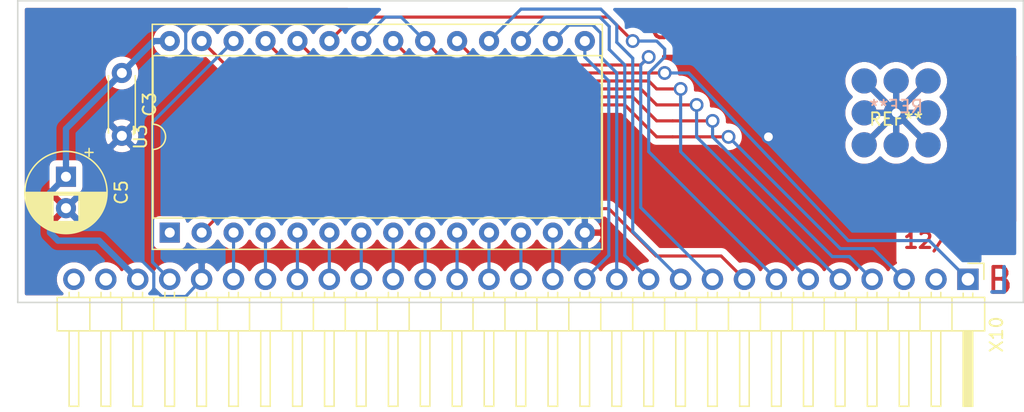
<source format=kicad_pcb>
(kicad_pcb (version 20171130) (host pcbnew 5.1.10)

  (general
    (thickness 1.6)
    (drawings 8)
    (tracks 153)
    (zones 0)
    (modules 6)
    (nets 31)
  )

  (page A4)
  (title_block
    (title "Speichermodul Video-RAM")
    (date 30.11.21)
    (rev 1)
    (company Jugend+Technik)
    (comment 1 Bert)
  )

  (layers
    (0 F.Cu signal)
    (31 B.Cu signal)
    (32 B.Adhes user)
    (33 F.Adhes user)
    (34 B.Paste user)
    (35 F.Paste user)
    (36 B.SilkS user)
    (37 F.SilkS user)
    (38 B.Mask user)
    (39 F.Mask user)
    (40 Dwgs.User user)
    (41 Cmts.User user)
    (42 Eco1.User user)
    (43 Eco2.User user)
    (44 Edge.Cuts user)
    (45 Margin user)
    (46 B.CrtYd user)
    (47 F.CrtYd user)
    (48 B.Fab user)
    (49 F.Fab user)
  )

  (setup
    (last_trace_width 0.25)
    (trace_clearance 0.2)
    (zone_clearance 0.508)
    (zone_45_only no)
    (trace_min 0.2)
    (via_size 1.1)
    (via_drill 0.7)
    (via_min_size 0.4)
    (via_min_drill 0.3)
    (uvia_size 0.3)
    (uvia_drill 0.1)
    (uvias_allowed no)
    (uvia_min_size 0.2)
    (uvia_min_drill 0.1)
    (edge_width 0.12)
    (segment_width 0.12)
    (pcb_text_width 0.3)
    (pcb_text_size 1.5 1.5)
    (mod_edge_width 0.12)
    (mod_text_size 1 1)
    (mod_text_width 0.15)
    (pad_size 1.524 1.524)
    (pad_drill 0.762)
    (pad_to_mask_clearance 0)
    (aux_axis_origin 0 0)
    (visible_elements FFFFFF7F)
    (pcbplotparams
      (layerselection 0x01000_ffffffff)
      (usegerberextensions false)
      (usegerberattributes true)
      (usegerberadvancedattributes true)
      (creategerberjobfile false)
      (excludeedgelayer true)
      (linewidth 0.100000)
      (plotframeref false)
      (viasonmask false)
      (mode 1)
      (useauxorigin false)
      (hpglpennumber 1)
      (hpglpenspeed 20)
      (hpglpendiameter 15.000000)
      (psnegative false)
      (psa4output false)
      (plotreference true)
      (plotvalue true)
      (plotinvisibletext false)
      (padsonsilk false)
      (subtractmaskfromsilk false)
      (outputformat 1)
      (mirror false)
      (drillshape 0)
      (scaleselection 1)
      (outputdirectory "output_gerber"))
  )

  (net 0 "")
  (net 1 GND)
  (net 2 +5P)
  (net 3 /A8)
  (net 4 /D2)
  (net 5 /A9)
  (net 6 /D1)
  (net 7 /D0)
  (net 8 /A0)
  (net 9 /A10)
  (net 10 /A1)
  (net 11 /A2)
  (net 12 /D7)
  (net 13 /A3)
  (net 14 /D6)
  (net 15 /A4)
  (net 16 /D5)
  (net 17 /A5)
  (net 18 /D4)
  (net 19 /A6)
  (net 20 /D3)
  (net 21 /A7)
  (net 22 R~W)
  (net 23 /~CSA)
  (net 24 /A12)
  (net 25 /A11)
  (net 26 "Net-(X10-Pad29)")
  (net 27 U2)
  (net 28 U1)
  (net 29 "Net-(U3-Pad1)")
  (net 30 "Net-(X10-Pad2)")

  (net_class Default "Dies ist die voreingestellte Netzklasse."
    (clearance 0.2)
    (trace_width 0.25)
    (via_dia 1.1)
    (via_drill 0.7)
    (uvia_dia 0.3)
    (uvia_drill 0.1)
    (add_net +5P)
    (add_net /A0)
    (add_net /A1)
    (add_net /A10)
    (add_net /A11)
    (add_net /A12)
    (add_net /A2)
    (add_net /A3)
    (add_net /A4)
    (add_net /A5)
    (add_net /A6)
    (add_net /A7)
    (add_net /A8)
    (add_net /A9)
    (add_net /D0)
    (add_net /D1)
    (add_net /D2)
    (add_net /D3)
    (add_net /D4)
    (add_net /D5)
    (add_net /D6)
    (add_net /D7)
    (add_net /~CSA)
    (add_net GND)
    (add_net "Net-(U3-Pad1)")
    (add_net "Net-(X10-Pad2)")
    (add_net "Net-(X10-Pad29)")
    (add_net R~W)
    (add_net U1)
    (add_net U2)
  )

  (module Package_DIP:DIP-28_W15.24mm_Socket (layer F.Cu) (tedit 5A02E8C5) (tstamp 61A69F42)
    (at 125.095 131.445 90)
    (descr "28-lead though-hole mounted DIP package, row spacing 15.24 mm (600 mils), Socket")
    (tags "THT DIP DIL PDIP 2.54mm 15.24mm 600mil Socket")
    (path /61A63070)
    (fp_text reference U3 (at 7.62 -2.33 90) (layer F.SilkS)
      (effects (font (size 1 1) (thickness 0.15)))
    )
    (fp_text value U6264D (at 7.62 35.35 90) (layer F.Fab)
      (effects (font (size 1 1) (thickness 0.15)))
    )
    (fp_line (start 16.8 -1.6) (end -1.55 -1.6) (layer F.CrtYd) (width 0.05))
    (fp_line (start 16.8 34.65) (end 16.8 -1.6) (layer F.CrtYd) (width 0.05))
    (fp_line (start -1.55 34.65) (end 16.8 34.65) (layer F.CrtYd) (width 0.05))
    (fp_line (start -1.55 -1.6) (end -1.55 34.65) (layer F.CrtYd) (width 0.05))
    (fp_line (start 16.57 -1.39) (end -1.33 -1.39) (layer F.SilkS) (width 0.12))
    (fp_line (start 16.57 34.41) (end 16.57 -1.39) (layer F.SilkS) (width 0.12))
    (fp_line (start -1.33 34.41) (end 16.57 34.41) (layer F.SilkS) (width 0.12))
    (fp_line (start -1.33 -1.39) (end -1.33 34.41) (layer F.SilkS) (width 0.12))
    (fp_line (start 14.08 -1.33) (end 8.62 -1.33) (layer F.SilkS) (width 0.12))
    (fp_line (start 14.08 34.35) (end 14.08 -1.33) (layer F.SilkS) (width 0.12))
    (fp_line (start 1.16 34.35) (end 14.08 34.35) (layer F.SilkS) (width 0.12))
    (fp_line (start 1.16 -1.33) (end 1.16 34.35) (layer F.SilkS) (width 0.12))
    (fp_line (start 6.62 -1.33) (end 1.16 -1.33) (layer F.SilkS) (width 0.12))
    (fp_line (start 16.51 -1.33) (end -1.27 -1.33) (layer F.Fab) (width 0.1))
    (fp_line (start 16.51 34.35) (end 16.51 -1.33) (layer F.Fab) (width 0.1))
    (fp_line (start -1.27 34.35) (end 16.51 34.35) (layer F.Fab) (width 0.1))
    (fp_line (start -1.27 -1.33) (end -1.27 34.35) (layer F.Fab) (width 0.1))
    (fp_line (start 0.255 -0.27) (end 1.255 -1.27) (layer F.Fab) (width 0.1))
    (fp_line (start 0.255 34.29) (end 0.255 -0.27) (layer F.Fab) (width 0.1))
    (fp_line (start 14.985 34.29) (end 0.255 34.29) (layer F.Fab) (width 0.1))
    (fp_line (start 14.985 -1.27) (end 14.985 34.29) (layer F.Fab) (width 0.1))
    (fp_line (start 1.255 -1.27) (end 14.985 -1.27) (layer F.Fab) (width 0.1))
    (fp_text user %R (at 7.62 16.51 90) (layer F.Fab)
      (effects (font (size 1 1) (thickness 0.15)))
    )
    (fp_arc (start 7.62 -1.33) (end 6.62 -1.33) (angle -180) (layer F.SilkS) (width 0.12))
    (pad 28 thru_hole oval (at 15.24 0 90) (size 1.6 1.6) (drill 0.8) (layers *.Cu *.Mask)
      (net 27 U2))
    (pad 14 thru_hole oval (at 0 33.02 90) (size 1.6 1.6) (drill 0.8) (layers *.Cu *.Mask)
      (net 1 GND))
    (pad 27 thru_hole oval (at 15.24 2.54 90) (size 1.6 1.6) (drill 0.8) (layers *.Cu *.Mask)
      (net 22 R~W))
    (pad 13 thru_hole oval (at 0 30.48 90) (size 1.6 1.6) (drill 0.8) (layers *.Cu *.Mask)
      (net 4 /D2))
    (pad 26 thru_hole oval (at 15.24 5.08 90) (size 1.6 1.6) (drill 0.8) (layers *.Cu *.Mask)
      (net 28 U1))
    (pad 12 thru_hole oval (at 0 27.94 90) (size 1.6 1.6) (drill 0.8) (layers *.Cu *.Mask)
      (net 6 /D1))
    (pad 25 thru_hole oval (at 15.24 7.62 90) (size 1.6 1.6) (drill 0.8) (layers *.Cu *.Mask)
      (net 3 /A8))
    (pad 11 thru_hole oval (at 0 25.4 90) (size 1.6 1.6) (drill 0.8) (layers *.Cu *.Mask)
      (net 7 /D0))
    (pad 24 thru_hole oval (at 15.24 10.16 90) (size 1.6 1.6) (drill 0.8) (layers *.Cu *.Mask)
      (net 5 /A9))
    (pad 10 thru_hole oval (at 0 22.86 90) (size 1.6 1.6) (drill 0.8) (layers *.Cu *.Mask)
      (net 8 /A0))
    (pad 23 thru_hole oval (at 15.24 12.7 90) (size 1.6 1.6) (drill 0.8) (layers *.Cu *.Mask)
      (net 25 /A11))
    (pad 9 thru_hole oval (at 0 20.32 90) (size 1.6 1.6) (drill 0.8) (layers *.Cu *.Mask)
      (net 10 /A1))
    (pad 22 thru_hole oval (at 15.24 15.24 90) (size 1.6 1.6) (drill 0.8) (layers *.Cu *.Mask)
      (net 23 /~CSA))
    (pad 8 thru_hole oval (at 0 17.78 90) (size 1.6 1.6) (drill 0.8) (layers *.Cu *.Mask)
      (net 11 /A2))
    (pad 21 thru_hole oval (at 15.24 17.78 90) (size 1.6 1.6) (drill 0.8) (layers *.Cu *.Mask)
      (net 9 /A10))
    (pad 7 thru_hole oval (at 0 15.24 90) (size 1.6 1.6) (drill 0.8) (layers *.Cu *.Mask)
      (net 13 /A3))
    (pad 20 thru_hole oval (at 15.24 20.32 90) (size 1.6 1.6) (drill 0.8) (layers *.Cu *.Mask)
      (net 23 /~CSA))
    (pad 6 thru_hole oval (at 0 12.7 90) (size 1.6 1.6) (drill 0.8) (layers *.Cu *.Mask)
      (net 15 /A4))
    (pad 19 thru_hole oval (at 15.24 22.86 90) (size 1.6 1.6) (drill 0.8) (layers *.Cu *.Mask)
      (net 12 /D7))
    (pad 5 thru_hole oval (at 0 10.16 90) (size 1.6 1.6) (drill 0.8) (layers *.Cu *.Mask)
      (net 17 /A5))
    (pad 18 thru_hole oval (at 15.24 25.4 90) (size 1.6 1.6) (drill 0.8) (layers *.Cu *.Mask)
      (net 14 /D6))
    (pad 4 thru_hole oval (at 0 7.62 90) (size 1.6 1.6) (drill 0.8) (layers *.Cu *.Mask)
      (net 19 /A6))
    (pad 17 thru_hole oval (at 15.24 27.94 90) (size 1.6 1.6) (drill 0.8) (layers *.Cu *.Mask)
      (net 16 /D5))
    (pad 3 thru_hole oval (at 0 5.08 90) (size 1.6 1.6) (drill 0.8) (layers *.Cu *.Mask)
      (net 21 /A7))
    (pad 16 thru_hole oval (at 15.24 30.48 90) (size 1.6 1.6) (drill 0.8) (layers *.Cu *.Mask)
      (net 18 /D4))
    (pad 2 thru_hole oval (at 0 2.54 90) (size 1.6 1.6) (drill 0.8) (layers *.Cu *.Mask)
      (net 24 /A12))
    (pad 15 thru_hole oval (at 15.24 33.02 90) (size 1.6 1.6) (drill 0.8) (layers *.Cu *.Mask)
      (net 20 /D3))
    (pad 1 thru_hole rect (at 0 0 90) (size 1.6 1.6) (drill 0.8) (layers *.Cu *.Mask)
      (net 29 "Net-(U3-Pad1)"))
    (model ${KISYS3DMOD}/Package_DIP.3dshapes/DIP-28_W15.24mm_Socket.wrl
      (at (xyz 0 0 0))
      (scale (xyz 1 1 1))
      (rotate (xyz 0 0 0))
    )
  )

  (module Tiny2k_Bauteile:jute_pcb_logo (layer F.Cu) (tedit 61A4582B) (tstamp 61A6A182)
    (at 182.88 121.92)
    (fp_text reference REF** (at 0 0.5) (layer F.SilkS)
      (effects (font (size 1 1) (thickness 0.15)))
    )
    (fp_text value jute_pcb_logo (at 0 -0.5) (layer F.Fab)
      (effects (font (size 1 1) (thickness 0.15)))
    )
    (pad 2 smd rect (at 0 0 135) (size 0.5 7) (layers F.Cu F.Paste F.Mask))
    (pad 2 smd rect (at 0 0 45) (size 0.5 7) (layers F.Cu F.Paste F.Mask))
    (pad 2 smd rect (at 0 0 90) (size 0.5 5.08) (layers F.Cu F.Paste F.Mask))
    (pad 2 smd rect (at 0 0) (size 0.5 5.08) (layers F.Cu F.Paste F.Mask))
    (pad 1 smd circle (at -2.54 0) (size 2 2) (layers F.Cu F.Paste F.Mask))
    (pad 1 smd circle (at -2.54 2.54) (size 2 2) (layers F.Cu F.Paste F.Mask))
    (pad 1 smd circle (at 0 2.54) (size 2 2) (layers F.Cu F.Paste F.Mask))
    (pad 1 smd circle (at 2.54 2.54) (size 2 2) (layers F.Cu F.Paste F.Mask))
    (pad 1 smd circle (at 2.54 0) (size 2 2) (layers F.Cu F.Paste F.Mask))
    (pad 1 smd circle (at 2.54 -2.54) (size 2 2) (layers F.Cu F.Paste F.Mask))
    (pad 1 smd circle (at 0 -2.54) (size 2 2) (layers F.Cu F.Paste F.Mask))
    (pad 1 smd circle (at -2.54 -2.54) (size 2 2) (layers F.Cu F.Paste F.Mask))
    (pad 1 smd circle (at 0 0) (size 2 2) (layers F.Cu F.Paste F.Mask))
  )

  (module Capacitor_THT:CP_Radial_D6.3mm_P2.50mm (layer F.Cu) (tedit 5AE50EF0) (tstamp 61A6A043)
    (at 116.84 127 270)
    (descr "CP, Radial series, Radial, pin pitch=2.50mm, , diameter=6.3mm, Electrolytic Capacitor")
    (tags "CP Radial series Radial pin pitch 2.50mm  diameter 6.3mm Electrolytic Capacitor")
    (path /61B6BDEA)
    (fp_text reference C5 (at 1.25 -4.4 90) (layer F.SilkS)
      (effects (font (size 1 1) (thickness 0.15)))
    )
    (fp_text value 10µF/10V (at 1.25 4.4 90) (layer F.Fab)
      (effects (font (size 1 1) (thickness 0.15)))
    )
    (fp_line (start -1.935241 -2.154) (end -1.935241 -1.524) (layer F.SilkS) (width 0.12))
    (fp_line (start -2.250241 -1.839) (end -1.620241 -1.839) (layer F.SilkS) (width 0.12))
    (fp_line (start 4.491 -0.402) (end 4.491 0.402) (layer F.SilkS) (width 0.12))
    (fp_line (start 4.451 -0.633) (end 4.451 0.633) (layer F.SilkS) (width 0.12))
    (fp_line (start 4.411 -0.802) (end 4.411 0.802) (layer F.SilkS) (width 0.12))
    (fp_line (start 4.371 -0.94) (end 4.371 0.94) (layer F.SilkS) (width 0.12))
    (fp_line (start 4.331 -1.059) (end 4.331 1.059) (layer F.SilkS) (width 0.12))
    (fp_line (start 4.291 -1.165) (end 4.291 1.165) (layer F.SilkS) (width 0.12))
    (fp_line (start 4.251 -1.262) (end 4.251 1.262) (layer F.SilkS) (width 0.12))
    (fp_line (start 4.211 -1.35) (end 4.211 1.35) (layer F.SilkS) (width 0.12))
    (fp_line (start 4.171 -1.432) (end 4.171 1.432) (layer F.SilkS) (width 0.12))
    (fp_line (start 4.131 -1.509) (end 4.131 1.509) (layer F.SilkS) (width 0.12))
    (fp_line (start 4.091 -1.581) (end 4.091 1.581) (layer F.SilkS) (width 0.12))
    (fp_line (start 4.051 -1.65) (end 4.051 1.65) (layer F.SilkS) (width 0.12))
    (fp_line (start 4.011 -1.714) (end 4.011 1.714) (layer F.SilkS) (width 0.12))
    (fp_line (start 3.971 -1.776) (end 3.971 1.776) (layer F.SilkS) (width 0.12))
    (fp_line (start 3.931 -1.834) (end 3.931 1.834) (layer F.SilkS) (width 0.12))
    (fp_line (start 3.891 -1.89) (end 3.891 1.89) (layer F.SilkS) (width 0.12))
    (fp_line (start 3.851 -1.944) (end 3.851 1.944) (layer F.SilkS) (width 0.12))
    (fp_line (start 3.811 -1.995) (end 3.811 1.995) (layer F.SilkS) (width 0.12))
    (fp_line (start 3.771 -2.044) (end 3.771 2.044) (layer F.SilkS) (width 0.12))
    (fp_line (start 3.731 -2.092) (end 3.731 2.092) (layer F.SilkS) (width 0.12))
    (fp_line (start 3.691 -2.137) (end 3.691 2.137) (layer F.SilkS) (width 0.12))
    (fp_line (start 3.651 -2.182) (end 3.651 2.182) (layer F.SilkS) (width 0.12))
    (fp_line (start 3.611 -2.224) (end 3.611 2.224) (layer F.SilkS) (width 0.12))
    (fp_line (start 3.571 -2.265) (end 3.571 2.265) (layer F.SilkS) (width 0.12))
    (fp_line (start 3.531 1.04) (end 3.531 2.305) (layer F.SilkS) (width 0.12))
    (fp_line (start 3.531 -2.305) (end 3.531 -1.04) (layer F.SilkS) (width 0.12))
    (fp_line (start 3.491 1.04) (end 3.491 2.343) (layer F.SilkS) (width 0.12))
    (fp_line (start 3.491 -2.343) (end 3.491 -1.04) (layer F.SilkS) (width 0.12))
    (fp_line (start 3.451 1.04) (end 3.451 2.38) (layer F.SilkS) (width 0.12))
    (fp_line (start 3.451 -2.38) (end 3.451 -1.04) (layer F.SilkS) (width 0.12))
    (fp_line (start 3.411 1.04) (end 3.411 2.416) (layer F.SilkS) (width 0.12))
    (fp_line (start 3.411 -2.416) (end 3.411 -1.04) (layer F.SilkS) (width 0.12))
    (fp_line (start 3.371 1.04) (end 3.371 2.45) (layer F.SilkS) (width 0.12))
    (fp_line (start 3.371 -2.45) (end 3.371 -1.04) (layer F.SilkS) (width 0.12))
    (fp_line (start 3.331 1.04) (end 3.331 2.484) (layer F.SilkS) (width 0.12))
    (fp_line (start 3.331 -2.484) (end 3.331 -1.04) (layer F.SilkS) (width 0.12))
    (fp_line (start 3.291 1.04) (end 3.291 2.516) (layer F.SilkS) (width 0.12))
    (fp_line (start 3.291 -2.516) (end 3.291 -1.04) (layer F.SilkS) (width 0.12))
    (fp_line (start 3.251 1.04) (end 3.251 2.548) (layer F.SilkS) (width 0.12))
    (fp_line (start 3.251 -2.548) (end 3.251 -1.04) (layer F.SilkS) (width 0.12))
    (fp_line (start 3.211 1.04) (end 3.211 2.578) (layer F.SilkS) (width 0.12))
    (fp_line (start 3.211 -2.578) (end 3.211 -1.04) (layer F.SilkS) (width 0.12))
    (fp_line (start 3.171 1.04) (end 3.171 2.607) (layer F.SilkS) (width 0.12))
    (fp_line (start 3.171 -2.607) (end 3.171 -1.04) (layer F.SilkS) (width 0.12))
    (fp_line (start 3.131 1.04) (end 3.131 2.636) (layer F.SilkS) (width 0.12))
    (fp_line (start 3.131 -2.636) (end 3.131 -1.04) (layer F.SilkS) (width 0.12))
    (fp_line (start 3.091 1.04) (end 3.091 2.664) (layer F.SilkS) (width 0.12))
    (fp_line (start 3.091 -2.664) (end 3.091 -1.04) (layer F.SilkS) (width 0.12))
    (fp_line (start 3.051 1.04) (end 3.051 2.69) (layer F.SilkS) (width 0.12))
    (fp_line (start 3.051 -2.69) (end 3.051 -1.04) (layer F.SilkS) (width 0.12))
    (fp_line (start 3.011 1.04) (end 3.011 2.716) (layer F.SilkS) (width 0.12))
    (fp_line (start 3.011 -2.716) (end 3.011 -1.04) (layer F.SilkS) (width 0.12))
    (fp_line (start 2.971 1.04) (end 2.971 2.742) (layer F.SilkS) (width 0.12))
    (fp_line (start 2.971 -2.742) (end 2.971 -1.04) (layer F.SilkS) (width 0.12))
    (fp_line (start 2.931 1.04) (end 2.931 2.766) (layer F.SilkS) (width 0.12))
    (fp_line (start 2.931 -2.766) (end 2.931 -1.04) (layer F.SilkS) (width 0.12))
    (fp_line (start 2.891 1.04) (end 2.891 2.79) (layer F.SilkS) (width 0.12))
    (fp_line (start 2.891 -2.79) (end 2.891 -1.04) (layer F.SilkS) (width 0.12))
    (fp_line (start 2.851 1.04) (end 2.851 2.812) (layer F.SilkS) (width 0.12))
    (fp_line (start 2.851 -2.812) (end 2.851 -1.04) (layer F.SilkS) (width 0.12))
    (fp_line (start 2.811 1.04) (end 2.811 2.834) (layer F.SilkS) (width 0.12))
    (fp_line (start 2.811 -2.834) (end 2.811 -1.04) (layer F.SilkS) (width 0.12))
    (fp_line (start 2.771 1.04) (end 2.771 2.856) (layer F.SilkS) (width 0.12))
    (fp_line (start 2.771 -2.856) (end 2.771 -1.04) (layer F.SilkS) (width 0.12))
    (fp_line (start 2.731 1.04) (end 2.731 2.876) (layer F.SilkS) (width 0.12))
    (fp_line (start 2.731 -2.876) (end 2.731 -1.04) (layer F.SilkS) (width 0.12))
    (fp_line (start 2.691 1.04) (end 2.691 2.896) (layer F.SilkS) (width 0.12))
    (fp_line (start 2.691 -2.896) (end 2.691 -1.04) (layer F.SilkS) (width 0.12))
    (fp_line (start 2.651 1.04) (end 2.651 2.916) (layer F.SilkS) (width 0.12))
    (fp_line (start 2.651 -2.916) (end 2.651 -1.04) (layer F.SilkS) (width 0.12))
    (fp_line (start 2.611 1.04) (end 2.611 2.934) (layer F.SilkS) (width 0.12))
    (fp_line (start 2.611 -2.934) (end 2.611 -1.04) (layer F.SilkS) (width 0.12))
    (fp_line (start 2.571 1.04) (end 2.571 2.952) (layer F.SilkS) (width 0.12))
    (fp_line (start 2.571 -2.952) (end 2.571 -1.04) (layer F.SilkS) (width 0.12))
    (fp_line (start 2.531 1.04) (end 2.531 2.97) (layer F.SilkS) (width 0.12))
    (fp_line (start 2.531 -2.97) (end 2.531 -1.04) (layer F.SilkS) (width 0.12))
    (fp_line (start 2.491 1.04) (end 2.491 2.986) (layer F.SilkS) (width 0.12))
    (fp_line (start 2.491 -2.986) (end 2.491 -1.04) (layer F.SilkS) (width 0.12))
    (fp_line (start 2.451 1.04) (end 2.451 3.002) (layer F.SilkS) (width 0.12))
    (fp_line (start 2.451 -3.002) (end 2.451 -1.04) (layer F.SilkS) (width 0.12))
    (fp_line (start 2.411 1.04) (end 2.411 3.018) (layer F.SilkS) (width 0.12))
    (fp_line (start 2.411 -3.018) (end 2.411 -1.04) (layer F.SilkS) (width 0.12))
    (fp_line (start 2.371 1.04) (end 2.371 3.033) (layer F.SilkS) (width 0.12))
    (fp_line (start 2.371 -3.033) (end 2.371 -1.04) (layer F.SilkS) (width 0.12))
    (fp_line (start 2.331 1.04) (end 2.331 3.047) (layer F.SilkS) (width 0.12))
    (fp_line (start 2.331 -3.047) (end 2.331 -1.04) (layer F.SilkS) (width 0.12))
    (fp_line (start 2.291 1.04) (end 2.291 3.061) (layer F.SilkS) (width 0.12))
    (fp_line (start 2.291 -3.061) (end 2.291 -1.04) (layer F.SilkS) (width 0.12))
    (fp_line (start 2.251 1.04) (end 2.251 3.074) (layer F.SilkS) (width 0.12))
    (fp_line (start 2.251 -3.074) (end 2.251 -1.04) (layer F.SilkS) (width 0.12))
    (fp_line (start 2.211 1.04) (end 2.211 3.086) (layer F.SilkS) (width 0.12))
    (fp_line (start 2.211 -3.086) (end 2.211 -1.04) (layer F.SilkS) (width 0.12))
    (fp_line (start 2.171 1.04) (end 2.171 3.098) (layer F.SilkS) (width 0.12))
    (fp_line (start 2.171 -3.098) (end 2.171 -1.04) (layer F.SilkS) (width 0.12))
    (fp_line (start 2.131 1.04) (end 2.131 3.11) (layer F.SilkS) (width 0.12))
    (fp_line (start 2.131 -3.11) (end 2.131 -1.04) (layer F.SilkS) (width 0.12))
    (fp_line (start 2.091 1.04) (end 2.091 3.121) (layer F.SilkS) (width 0.12))
    (fp_line (start 2.091 -3.121) (end 2.091 -1.04) (layer F.SilkS) (width 0.12))
    (fp_line (start 2.051 1.04) (end 2.051 3.131) (layer F.SilkS) (width 0.12))
    (fp_line (start 2.051 -3.131) (end 2.051 -1.04) (layer F.SilkS) (width 0.12))
    (fp_line (start 2.011 1.04) (end 2.011 3.141) (layer F.SilkS) (width 0.12))
    (fp_line (start 2.011 -3.141) (end 2.011 -1.04) (layer F.SilkS) (width 0.12))
    (fp_line (start 1.971 1.04) (end 1.971 3.15) (layer F.SilkS) (width 0.12))
    (fp_line (start 1.971 -3.15) (end 1.971 -1.04) (layer F.SilkS) (width 0.12))
    (fp_line (start 1.93 1.04) (end 1.93 3.159) (layer F.SilkS) (width 0.12))
    (fp_line (start 1.93 -3.159) (end 1.93 -1.04) (layer F.SilkS) (width 0.12))
    (fp_line (start 1.89 1.04) (end 1.89 3.167) (layer F.SilkS) (width 0.12))
    (fp_line (start 1.89 -3.167) (end 1.89 -1.04) (layer F.SilkS) (width 0.12))
    (fp_line (start 1.85 1.04) (end 1.85 3.175) (layer F.SilkS) (width 0.12))
    (fp_line (start 1.85 -3.175) (end 1.85 -1.04) (layer F.SilkS) (width 0.12))
    (fp_line (start 1.81 1.04) (end 1.81 3.182) (layer F.SilkS) (width 0.12))
    (fp_line (start 1.81 -3.182) (end 1.81 -1.04) (layer F.SilkS) (width 0.12))
    (fp_line (start 1.77 1.04) (end 1.77 3.189) (layer F.SilkS) (width 0.12))
    (fp_line (start 1.77 -3.189) (end 1.77 -1.04) (layer F.SilkS) (width 0.12))
    (fp_line (start 1.73 1.04) (end 1.73 3.195) (layer F.SilkS) (width 0.12))
    (fp_line (start 1.73 -3.195) (end 1.73 -1.04) (layer F.SilkS) (width 0.12))
    (fp_line (start 1.69 1.04) (end 1.69 3.201) (layer F.SilkS) (width 0.12))
    (fp_line (start 1.69 -3.201) (end 1.69 -1.04) (layer F.SilkS) (width 0.12))
    (fp_line (start 1.65 1.04) (end 1.65 3.206) (layer F.SilkS) (width 0.12))
    (fp_line (start 1.65 -3.206) (end 1.65 -1.04) (layer F.SilkS) (width 0.12))
    (fp_line (start 1.61 1.04) (end 1.61 3.211) (layer F.SilkS) (width 0.12))
    (fp_line (start 1.61 -3.211) (end 1.61 -1.04) (layer F.SilkS) (width 0.12))
    (fp_line (start 1.57 1.04) (end 1.57 3.215) (layer F.SilkS) (width 0.12))
    (fp_line (start 1.57 -3.215) (end 1.57 -1.04) (layer F.SilkS) (width 0.12))
    (fp_line (start 1.53 1.04) (end 1.53 3.218) (layer F.SilkS) (width 0.12))
    (fp_line (start 1.53 -3.218) (end 1.53 -1.04) (layer F.SilkS) (width 0.12))
    (fp_line (start 1.49 1.04) (end 1.49 3.222) (layer F.SilkS) (width 0.12))
    (fp_line (start 1.49 -3.222) (end 1.49 -1.04) (layer F.SilkS) (width 0.12))
    (fp_line (start 1.45 -3.224) (end 1.45 3.224) (layer F.SilkS) (width 0.12))
    (fp_line (start 1.41 -3.227) (end 1.41 3.227) (layer F.SilkS) (width 0.12))
    (fp_line (start 1.37 -3.228) (end 1.37 3.228) (layer F.SilkS) (width 0.12))
    (fp_line (start 1.33 -3.23) (end 1.33 3.23) (layer F.SilkS) (width 0.12))
    (fp_line (start 1.29 -3.23) (end 1.29 3.23) (layer F.SilkS) (width 0.12))
    (fp_line (start 1.25 -3.23) (end 1.25 3.23) (layer F.SilkS) (width 0.12))
    (fp_line (start -1.128972 -1.6885) (end -1.128972 -1.0585) (layer F.Fab) (width 0.1))
    (fp_line (start -1.443972 -1.3735) (end -0.813972 -1.3735) (layer F.Fab) (width 0.1))
    (fp_circle (center 1.25 0) (end 4.65 0) (layer F.CrtYd) (width 0.05))
    (fp_circle (center 1.25 0) (end 4.52 0) (layer F.SilkS) (width 0.12))
    (fp_circle (center 1.25 0) (end 4.4 0) (layer F.Fab) (width 0.1))
    (fp_text user %R (at 1.25 0 90) (layer F.Fab)
      (effects (font (size 1 1) (thickness 0.15)))
    )
    (pad 2 thru_hole circle (at 2.5 0 270) (size 1.6 1.6) (drill 0.8) (layers *.Cu *.Mask)
      (net 1 GND))
    (pad 1 thru_hole rect (at 0 0 270) (size 1.6 1.6) (drill 0.8) (layers *.Cu *.Mask)
      (net 27 U2))
    (model ${KISYS3DMOD}/Capacitor_THT.3dshapes/CP_Radial_D6.3mm_P2.50mm.wrl
      (at (xyz 0 0 0))
      (scale (xyz 1 1 1))
      (rotate (xyz 0 0 0))
    )
  )

  (module Tiny2k_Bauteile:jute_pcb_logo (layer B.Cu) (tedit 61A4582B) (tstamp 61A69D50)
    (at 182.88 121.92)
    (fp_text reference REF** (at 0 -0.5) (layer B.SilkS)
      (effects (font (size 1 1) (thickness 0.15)) (justify mirror))
    )
    (fp_text value jute_pcb_logo (at 0 0.5) (layer B.Fab)
      (effects (font (size 1 1) (thickness 0.15)) (justify mirror))
    )
    (pad 2 smd rect (at 0 0 225) (size 0.5 7) (layers B.Cu B.Paste B.Mask))
    (pad 2 smd rect (at 0 0 315) (size 0.5 7) (layers B.Cu B.Paste B.Mask))
    (pad 2 smd rect (at 0 0 270) (size 0.5 5.08) (layers B.Cu B.Paste B.Mask))
    (pad 2 smd rect (at 0 0) (size 0.5 5.08) (layers B.Cu B.Paste B.Mask))
    (pad 1 smd circle (at -2.54 0) (size 2 2) (layers B.Cu B.Paste B.Mask))
    (pad 1 smd circle (at -2.54 -2.54) (size 2 2) (layers B.Cu B.Paste B.Mask))
    (pad 1 smd circle (at 0 -2.54) (size 2 2) (layers B.Cu B.Paste B.Mask))
    (pad 1 smd circle (at 2.54 -2.54) (size 2 2) (layers B.Cu B.Paste B.Mask))
    (pad 1 smd circle (at 2.54 0) (size 2 2) (layers B.Cu B.Paste B.Mask))
    (pad 1 smd circle (at 2.54 2.54) (size 2 2) (layers B.Cu B.Paste B.Mask))
    (pad 1 smd circle (at 0 2.54) (size 2 2) (layers B.Cu B.Paste B.Mask))
    (pad 1 smd circle (at -2.54 2.54) (size 2 2) (layers B.Cu B.Paste B.Mask))
    (pad 1 smd circle (at 0 0) (size 2 2) (layers B.Cu B.Paste B.Mask))
  )

  (module Capacitor_THT:C_Disc_D4.3mm_W1.9mm_P5.00mm (layer F.Cu) (tedit 5AE50EF0) (tstamp 61A6A5AC)
    (at 121.285 118.745 270)
    (descr "C, Disc series, Radial, pin pitch=5.00mm, , diameter*width=4.3*1.9mm^2, Capacitor, http://www.vishay.com/docs/45233/krseries.pdf")
    (tags "C Disc series Radial pin pitch 5.00mm  diameter 4.3mm width 1.9mm Capacitor")
    (path /61A96E83)
    (fp_text reference C3 (at 2.5 -2.2 90) (layer F.SilkS)
      (effects (font (size 1 1) (thickness 0.15)))
    )
    (fp_text value 10nF (at 2.5 2.2 90) (layer F.Fab)
      (effects (font (size 1 1) (thickness 0.15)))
    )
    (fp_line (start 6.05 -1.2) (end -1.05 -1.2) (layer F.CrtYd) (width 0.05))
    (fp_line (start 6.05 1.2) (end 6.05 -1.2) (layer F.CrtYd) (width 0.05))
    (fp_line (start -1.05 1.2) (end 6.05 1.2) (layer F.CrtYd) (width 0.05))
    (fp_line (start -1.05 -1.2) (end -1.05 1.2) (layer F.CrtYd) (width 0.05))
    (fp_line (start 4.77 1.055) (end 4.77 1.07) (layer F.SilkS) (width 0.12))
    (fp_line (start 4.77 -1.07) (end 4.77 -1.055) (layer F.SilkS) (width 0.12))
    (fp_line (start 0.23 1.055) (end 0.23 1.07) (layer F.SilkS) (width 0.12))
    (fp_line (start 0.23 -1.07) (end 0.23 -1.055) (layer F.SilkS) (width 0.12))
    (fp_line (start 0.23 1.07) (end 4.77 1.07) (layer F.SilkS) (width 0.12))
    (fp_line (start 0.23 -1.07) (end 4.77 -1.07) (layer F.SilkS) (width 0.12))
    (fp_line (start 4.65 -0.95) (end 0.35 -0.95) (layer F.Fab) (width 0.1))
    (fp_line (start 4.65 0.95) (end 4.65 -0.95) (layer F.Fab) (width 0.1))
    (fp_line (start 0.35 0.95) (end 4.65 0.95) (layer F.Fab) (width 0.1))
    (fp_line (start 0.35 -0.95) (end 0.35 0.95) (layer F.Fab) (width 0.1))
    (fp_text user %R (at 2.5 0 90) (layer F.Fab)
      (effects (font (size 0.86 0.86) (thickness 0.129)))
    )
    (pad 2 thru_hole circle (at 5 0 270) (size 1.6 1.6) (drill 0.8) (layers *.Cu *.Mask)
      (net 1 GND))
    (pad 1 thru_hole circle (at 0 0 270) (size 1.6 1.6) (drill 0.8) (layers *.Cu *.Mask)
      (net 27 U2))
    (model ${KISYS3DMOD}/Capacitor_THT.3dshapes/C_Disc_D4.3mm_W1.9mm_P5.00mm.wrl
      (at (xyz 0 0 0))
      (scale (xyz 1 1 1))
      (rotate (xyz 0 0 0))
    )
  )

  (module Connector_PinHeader_2.54mm:PinHeader_1x29_P2.54mm_Horizontal (layer F.Cu) (tedit 59FED5CB) (tstamp 61A57BA9)
    (at 188.59 135.16 270)
    (descr "Through hole angled pin header, 1x29, 2.54mm pitch, 6mm pin length, single row")
    (tags "Through hole angled pin header THT 1x29 2.54mm single row")
    (path /61413EF1)
    (fp_text reference X10 (at 4.385 -2.27 90) (layer F.SilkS)
      (effects (font (size 1 1) (thickness 0.15)))
    )
    (fp_text value Sp.-Modul (at 4.385 73.39 90) (layer F.Fab)
      (effects (font (size 1 1) (thickness 0.15)))
    )
    (fp_line (start 2.135 -1.27) (end 4.04 -1.27) (layer F.Fab) (width 0.1))
    (fp_line (start 4.04 -1.27) (end 4.04 72.39) (layer F.Fab) (width 0.1))
    (fp_line (start 4.04 72.39) (end 1.5 72.39) (layer F.Fab) (width 0.1))
    (fp_line (start 1.5 72.39) (end 1.5 -0.635) (layer F.Fab) (width 0.1))
    (fp_line (start 1.5 -0.635) (end 2.135 -1.27) (layer F.Fab) (width 0.1))
    (fp_line (start -0.32 -0.32) (end 1.5 -0.32) (layer F.Fab) (width 0.1))
    (fp_line (start -0.32 -0.32) (end -0.32 0.32) (layer F.Fab) (width 0.1))
    (fp_line (start -0.32 0.32) (end 1.5 0.32) (layer F.Fab) (width 0.1))
    (fp_line (start 4.04 -0.32) (end 10.04 -0.32) (layer F.Fab) (width 0.1))
    (fp_line (start 10.04 -0.32) (end 10.04 0.32) (layer F.Fab) (width 0.1))
    (fp_line (start 4.04 0.32) (end 10.04 0.32) (layer F.Fab) (width 0.1))
    (fp_line (start -0.32 2.22) (end 1.5 2.22) (layer F.Fab) (width 0.1))
    (fp_line (start -0.32 2.22) (end -0.32 2.86) (layer F.Fab) (width 0.1))
    (fp_line (start -0.32 2.86) (end 1.5 2.86) (layer F.Fab) (width 0.1))
    (fp_line (start 4.04 2.22) (end 10.04 2.22) (layer F.Fab) (width 0.1))
    (fp_line (start 10.04 2.22) (end 10.04 2.86) (layer F.Fab) (width 0.1))
    (fp_line (start 4.04 2.86) (end 10.04 2.86) (layer F.Fab) (width 0.1))
    (fp_line (start -0.32 4.76) (end 1.5 4.76) (layer F.Fab) (width 0.1))
    (fp_line (start -0.32 4.76) (end -0.32 5.4) (layer F.Fab) (width 0.1))
    (fp_line (start -0.32 5.4) (end 1.5 5.4) (layer F.Fab) (width 0.1))
    (fp_line (start 4.04 4.76) (end 10.04 4.76) (layer F.Fab) (width 0.1))
    (fp_line (start 10.04 4.76) (end 10.04 5.4) (layer F.Fab) (width 0.1))
    (fp_line (start 4.04 5.4) (end 10.04 5.4) (layer F.Fab) (width 0.1))
    (fp_line (start -0.32 7.3) (end 1.5 7.3) (layer F.Fab) (width 0.1))
    (fp_line (start -0.32 7.3) (end -0.32 7.94) (layer F.Fab) (width 0.1))
    (fp_line (start -0.32 7.94) (end 1.5 7.94) (layer F.Fab) (width 0.1))
    (fp_line (start 4.04 7.3) (end 10.04 7.3) (layer F.Fab) (width 0.1))
    (fp_line (start 10.04 7.3) (end 10.04 7.94) (layer F.Fab) (width 0.1))
    (fp_line (start 4.04 7.94) (end 10.04 7.94) (layer F.Fab) (width 0.1))
    (fp_line (start -0.32 9.84) (end 1.5 9.84) (layer F.Fab) (width 0.1))
    (fp_line (start -0.32 9.84) (end -0.32 10.48) (layer F.Fab) (width 0.1))
    (fp_line (start -0.32 10.48) (end 1.5 10.48) (layer F.Fab) (width 0.1))
    (fp_line (start 4.04 9.84) (end 10.04 9.84) (layer F.Fab) (width 0.1))
    (fp_line (start 10.04 9.84) (end 10.04 10.48) (layer F.Fab) (width 0.1))
    (fp_line (start 4.04 10.48) (end 10.04 10.48) (layer F.Fab) (width 0.1))
    (fp_line (start -0.32 12.38) (end 1.5 12.38) (layer F.Fab) (width 0.1))
    (fp_line (start -0.32 12.38) (end -0.32 13.02) (layer F.Fab) (width 0.1))
    (fp_line (start -0.32 13.02) (end 1.5 13.02) (layer F.Fab) (width 0.1))
    (fp_line (start 4.04 12.38) (end 10.04 12.38) (layer F.Fab) (width 0.1))
    (fp_line (start 10.04 12.38) (end 10.04 13.02) (layer F.Fab) (width 0.1))
    (fp_line (start 4.04 13.02) (end 10.04 13.02) (layer F.Fab) (width 0.1))
    (fp_line (start -0.32 14.92) (end 1.5 14.92) (layer F.Fab) (width 0.1))
    (fp_line (start -0.32 14.92) (end -0.32 15.56) (layer F.Fab) (width 0.1))
    (fp_line (start -0.32 15.56) (end 1.5 15.56) (layer F.Fab) (width 0.1))
    (fp_line (start 4.04 14.92) (end 10.04 14.92) (layer F.Fab) (width 0.1))
    (fp_line (start 10.04 14.92) (end 10.04 15.56) (layer F.Fab) (width 0.1))
    (fp_line (start 4.04 15.56) (end 10.04 15.56) (layer F.Fab) (width 0.1))
    (fp_line (start -0.32 17.46) (end 1.5 17.46) (layer F.Fab) (width 0.1))
    (fp_line (start -0.32 17.46) (end -0.32 18.1) (layer F.Fab) (width 0.1))
    (fp_line (start -0.32 18.1) (end 1.5 18.1) (layer F.Fab) (width 0.1))
    (fp_line (start 4.04 17.46) (end 10.04 17.46) (layer F.Fab) (width 0.1))
    (fp_line (start 10.04 17.46) (end 10.04 18.1) (layer F.Fab) (width 0.1))
    (fp_line (start 4.04 18.1) (end 10.04 18.1) (layer F.Fab) (width 0.1))
    (fp_line (start -0.32 20) (end 1.5 20) (layer F.Fab) (width 0.1))
    (fp_line (start -0.32 20) (end -0.32 20.64) (layer F.Fab) (width 0.1))
    (fp_line (start -0.32 20.64) (end 1.5 20.64) (layer F.Fab) (width 0.1))
    (fp_line (start 4.04 20) (end 10.04 20) (layer F.Fab) (width 0.1))
    (fp_line (start 10.04 20) (end 10.04 20.64) (layer F.Fab) (width 0.1))
    (fp_line (start 4.04 20.64) (end 10.04 20.64) (layer F.Fab) (width 0.1))
    (fp_line (start -0.32 22.54) (end 1.5 22.54) (layer F.Fab) (width 0.1))
    (fp_line (start -0.32 22.54) (end -0.32 23.18) (layer F.Fab) (width 0.1))
    (fp_line (start -0.32 23.18) (end 1.5 23.18) (layer F.Fab) (width 0.1))
    (fp_line (start 4.04 22.54) (end 10.04 22.54) (layer F.Fab) (width 0.1))
    (fp_line (start 10.04 22.54) (end 10.04 23.18) (layer F.Fab) (width 0.1))
    (fp_line (start 4.04 23.18) (end 10.04 23.18) (layer F.Fab) (width 0.1))
    (fp_line (start -0.32 25.08) (end 1.5 25.08) (layer F.Fab) (width 0.1))
    (fp_line (start -0.32 25.08) (end -0.32 25.72) (layer F.Fab) (width 0.1))
    (fp_line (start -0.32 25.72) (end 1.5 25.72) (layer F.Fab) (width 0.1))
    (fp_line (start 4.04 25.08) (end 10.04 25.08) (layer F.Fab) (width 0.1))
    (fp_line (start 10.04 25.08) (end 10.04 25.72) (layer F.Fab) (width 0.1))
    (fp_line (start 4.04 25.72) (end 10.04 25.72) (layer F.Fab) (width 0.1))
    (fp_line (start -0.32 27.62) (end 1.5 27.62) (layer F.Fab) (width 0.1))
    (fp_line (start -0.32 27.62) (end -0.32 28.26) (layer F.Fab) (width 0.1))
    (fp_line (start -0.32 28.26) (end 1.5 28.26) (layer F.Fab) (width 0.1))
    (fp_line (start 4.04 27.62) (end 10.04 27.62) (layer F.Fab) (width 0.1))
    (fp_line (start 10.04 27.62) (end 10.04 28.26) (layer F.Fab) (width 0.1))
    (fp_line (start 4.04 28.26) (end 10.04 28.26) (layer F.Fab) (width 0.1))
    (fp_line (start -0.32 30.16) (end 1.5 30.16) (layer F.Fab) (width 0.1))
    (fp_line (start -0.32 30.16) (end -0.32 30.8) (layer F.Fab) (width 0.1))
    (fp_line (start -0.32 30.8) (end 1.5 30.8) (layer F.Fab) (width 0.1))
    (fp_line (start 4.04 30.16) (end 10.04 30.16) (layer F.Fab) (width 0.1))
    (fp_line (start 10.04 30.16) (end 10.04 30.8) (layer F.Fab) (width 0.1))
    (fp_line (start 4.04 30.8) (end 10.04 30.8) (layer F.Fab) (width 0.1))
    (fp_line (start -0.32 32.7) (end 1.5 32.7) (layer F.Fab) (width 0.1))
    (fp_line (start -0.32 32.7) (end -0.32 33.34) (layer F.Fab) (width 0.1))
    (fp_line (start -0.32 33.34) (end 1.5 33.34) (layer F.Fab) (width 0.1))
    (fp_line (start 4.04 32.7) (end 10.04 32.7) (layer F.Fab) (width 0.1))
    (fp_line (start 10.04 32.7) (end 10.04 33.34) (layer F.Fab) (width 0.1))
    (fp_line (start 4.04 33.34) (end 10.04 33.34) (layer F.Fab) (width 0.1))
    (fp_line (start -0.32 35.24) (end 1.5 35.24) (layer F.Fab) (width 0.1))
    (fp_line (start -0.32 35.24) (end -0.32 35.88) (layer F.Fab) (width 0.1))
    (fp_line (start -0.32 35.88) (end 1.5 35.88) (layer F.Fab) (width 0.1))
    (fp_line (start 4.04 35.24) (end 10.04 35.24) (layer F.Fab) (width 0.1))
    (fp_line (start 10.04 35.24) (end 10.04 35.88) (layer F.Fab) (width 0.1))
    (fp_line (start 4.04 35.88) (end 10.04 35.88) (layer F.Fab) (width 0.1))
    (fp_line (start -0.32 37.78) (end 1.5 37.78) (layer F.Fab) (width 0.1))
    (fp_line (start -0.32 37.78) (end -0.32 38.42) (layer F.Fab) (width 0.1))
    (fp_line (start -0.32 38.42) (end 1.5 38.42) (layer F.Fab) (width 0.1))
    (fp_line (start 4.04 37.78) (end 10.04 37.78) (layer F.Fab) (width 0.1))
    (fp_line (start 10.04 37.78) (end 10.04 38.42) (layer F.Fab) (width 0.1))
    (fp_line (start 4.04 38.42) (end 10.04 38.42) (layer F.Fab) (width 0.1))
    (fp_line (start -0.32 40.32) (end 1.5 40.32) (layer F.Fab) (width 0.1))
    (fp_line (start -0.32 40.32) (end -0.32 40.96) (layer F.Fab) (width 0.1))
    (fp_line (start -0.32 40.96) (end 1.5 40.96) (layer F.Fab) (width 0.1))
    (fp_line (start 4.04 40.32) (end 10.04 40.32) (layer F.Fab) (width 0.1))
    (fp_line (start 10.04 40.32) (end 10.04 40.96) (layer F.Fab) (width 0.1))
    (fp_line (start 4.04 40.96) (end 10.04 40.96) (layer F.Fab) (width 0.1))
    (fp_line (start -0.32 42.86) (end 1.5 42.86) (layer F.Fab) (width 0.1))
    (fp_line (start -0.32 42.86) (end -0.32 43.5) (layer F.Fab) (width 0.1))
    (fp_line (start -0.32 43.5) (end 1.5 43.5) (layer F.Fab) (width 0.1))
    (fp_line (start 4.04 42.86) (end 10.04 42.86) (layer F.Fab) (width 0.1))
    (fp_line (start 10.04 42.86) (end 10.04 43.5) (layer F.Fab) (width 0.1))
    (fp_line (start 4.04 43.5) (end 10.04 43.5) (layer F.Fab) (width 0.1))
    (fp_line (start -0.32 45.4) (end 1.5 45.4) (layer F.Fab) (width 0.1))
    (fp_line (start -0.32 45.4) (end -0.32 46.04) (layer F.Fab) (width 0.1))
    (fp_line (start -0.32 46.04) (end 1.5 46.04) (layer F.Fab) (width 0.1))
    (fp_line (start 4.04 45.4) (end 10.04 45.4) (layer F.Fab) (width 0.1))
    (fp_line (start 10.04 45.4) (end 10.04 46.04) (layer F.Fab) (width 0.1))
    (fp_line (start 4.04 46.04) (end 10.04 46.04) (layer F.Fab) (width 0.1))
    (fp_line (start -0.32 47.94) (end 1.5 47.94) (layer F.Fab) (width 0.1))
    (fp_line (start -0.32 47.94) (end -0.32 48.58) (layer F.Fab) (width 0.1))
    (fp_line (start -0.32 48.58) (end 1.5 48.58) (layer F.Fab) (width 0.1))
    (fp_line (start 4.04 47.94) (end 10.04 47.94) (layer F.Fab) (width 0.1))
    (fp_line (start 10.04 47.94) (end 10.04 48.58) (layer F.Fab) (width 0.1))
    (fp_line (start 4.04 48.58) (end 10.04 48.58) (layer F.Fab) (width 0.1))
    (fp_line (start -0.32 50.48) (end 1.5 50.48) (layer F.Fab) (width 0.1))
    (fp_line (start -0.32 50.48) (end -0.32 51.12) (layer F.Fab) (width 0.1))
    (fp_line (start -0.32 51.12) (end 1.5 51.12) (layer F.Fab) (width 0.1))
    (fp_line (start 4.04 50.48) (end 10.04 50.48) (layer F.Fab) (width 0.1))
    (fp_line (start 10.04 50.48) (end 10.04 51.12) (layer F.Fab) (width 0.1))
    (fp_line (start 4.04 51.12) (end 10.04 51.12) (layer F.Fab) (width 0.1))
    (fp_line (start -0.32 53.02) (end 1.5 53.02) (layer F.Fab) (width 0.1))
    (fp_line (start -0.32 53.02) (end -0.32 53.66) (layer F.Fab) (width 0.1))
    (fp_line (start -0.32 53.66) (end 1.5 53.66) (layer F.Fab) (width 0.1))
    (fp_line (start 4.04 53.02) (end 10.04 53.02) (layer F.Fab) (width 0.1))
    (fp_line (start 10.04 53.02) (end 10.04 53.66) (layer F.Fab) (width 0.1))
    (fp_line (start 4.04 53.66) (end 10.04 53.66) (layer F.Fab) (width 0.1))
    (fp_line (start -0.32 55.56) (end 1.5 55.56) (layer F.Fab) (width 0.1))
    (fp_line (start -0.32 55.56) (end -0.32 56.2) (layer F.Fab) (width 0.1))
    (fp_line (start -0.32 56.2) (end 1.5 56.2) (layer F.Fab) (width 0.1))
    (fp_line (start 4.04 55.56) (end 10.04 55.56) (layer F.Fab) (width 0.1))
    (fp_line (start 10.04 55.56) (end 10.04 56.2) (layer F.Fab) (width 0.1))
    (fp_line (start 4.04 56.2) (end 10.04 56.2) (layer F.Fab) (width 0.1))
    (fp_line (start -0.32 58.1) (end 1.5 58.1) (layer F.Fab) (width 0.1))
    (fp_line (start -0.32 58.1) (end -0.32 58.74) (layer F.Fab) (width 0.1))
    (fp_line (start -0.32 58.74) (end 1.5 58.74) (layer F.Fab) (width 0.1))
    (fp_line (start 4.04 58.1) (end 10.04 58.1) (layer F.Fab) (width 0.1))
    (fp_line (start 10.04 58.1) (end 10.04 58.74) (layer F.Fab) (width 0.1))
    (fp_line (start 4.04 58.74) (end 10.04 58.74) (layer F.Fab) (width 0.1))
    (fp_line (start -0.32 60.64) (end 1.5 60.64) (layer F.Fab) (width 0.1))
    (fp_line (start -0.32 60.64) (end -0.32 61.28) (layer F.Fab) (width 0.1))
    (fp_line (start -0.32 61.28) (end 1.5 61.28) (layer F.Fab) (width 0.1))
    (fp_line (start 4.04 60.64) (end 10.04 60.64) (layer F.Fab) (width 0.1))
    (fp_line (start 10.04 60.64) (end 10.04 61.28) (layer F.Fab) (width 0.1))
    (fp_line (start 4.04 61.28) (end 10.04 61.28) (layer F.Fab) (width 0.1))
    (fp_line (start -0.32 63.18) (end 1.5 63.18) (layer F.Fab) (width 0.1))
    (fp_line (start -0.32 63.18) (end -0.32 63.82) (layer F.Fab) (width 0.1))
    (fp_line (start -0.32 63.82) (end 1.5 63.82) (layer F.Fab) (width 0.1))
    (fp_line (start 4.04 63.18) (end 10.04 63.18) (layer F.Fab) (width 0.1))
    (fp_line (start 10.04 63.18) (end 10.04 63.82) (layer F.Fab) (width 0.1))
    (fp_line (start 4.04 63.82) (end 10.04 63.82) (layer F.Fab) (width 0.1))
    (fp_line (start -0.32 65.72) (end 1.5 65.72) (layer F.Fab) (width 0.1))
    (fp_line (start -0.32 65.72) (end -0.32 66.36) (layer F.Fab) (width 0.1))
    (fp_line (start -0.32 66.36) (end 1.5 66.36) (layer F.Fab) (width 0.1))
    (fp_line (start 4.04 65.72) (end 10.04 65.72) (layer F.Fab) (width 0.1))
    (fp_line (start 10.04 65.72) (end 10.04 66.36) (layer F.Fab) (width 0.1))
    (fp_line (start 4.04 66.36) (end 10.04 66.36) (layer F.Fab) (width 0.1))
    (fp_line (start -0.32 68.26) (end 1.5 68.26) (layer F.Fab) (width 0.1))
    (fp_line (start -0.32 68.26) (end -0.32 68.9) (layer F.Fab) (width 0.1))
    (fp_line (start -0.32 68.9) (end 1.5 68.9) (layer F.Fab) (width 0.1))
    (fp_line (start 4.04 68.26) (end 10.04 68.26) (layer F.Fab) (width 0.1))
    (fp_line (start 10.04 68.26) (end 10.04 68.9) (layer F.Fab) (width 0.1))
    (fp_line (start 4.04 68.9) (end 10.04 68.9) (layer F.Fab) (width 0.1))
    (fp_line (start -0.32 70.8) (end 1.5 70.8) (layer F.Fab) (width 0.1))
    (fp_line (start -0.32 70.8) (end -0.32 71.44) (layer F.Fab) (width 0.1))
    (fp_line (start -0.32 71.44) (end 1.5 71.44) (layer F.Fab) (width 0.1))
    (fp_line (start 4.04 70.8) (end 10.04 70.8) (layer F.Fab) (width 0.1))
    (fp_line (start 10.04 70.8) (end 10.04 71.44) (layer F.Fab) (width 0.1))
    (fp_line (start 4.04 71.44) (end 10.04 71.44) (layer F.Fab) (width 0.1))
    (fp_line (start 1.44 -1.33) (end 1.44 72.45) (layer F.SilkS) (width 0.12))
    (fp_line (start 1.44 72.45) (end 4.1 72.45) (layer F.SilkS) (width 0.12))
    (fp_line (start 4.1 72.45) (end 4.1 -1.33) (layer F.SilkS) (width 0.12))
    (fp_line (start 4.1 -1.33) (end 1.44 -1.33) (layer F.SilkS) (width 0.12))
    (fp_line (start 4.1 -0.38) (end 10.1 -0.38) (layer F.SilkS) (width 0.12))
    (fp_line (start 10.1 -0.38) (end 10.1 0.38) (layer F.SilkS) (width 0.12))
    (fp_line (start 10.1 0.38) (end 4.1 0.38) (layer F.SilkS) (width 0.12))
    (fp_line (start 4.1 -0.32) (end 10.1 -0.32) (layer F.SilkS) (width 0.12))
    (fp_line (start 4.1 -0.2) (end 10.1 -0.2) (layer F.SilkS) (width 0.12))
    (fp_line (start 4.1 -0.08) (end 10.1 -0.08) (layer F.SilkS) (width 0.12))
    (fp_line (start 4.1 0.04) (end 10.1 0.04) (layer F.SilkS) (width 0.12))
    (fp_line (start 4.1 0.16) (end 10.1 0.16) (layer F.SilkS) (width 0.12))
    (fp_line (start 4.1 0.28) (end 10.1 0.28) (layer F.SilkS) (width 0.12))
    (fp_line (start 1.11 -0.38) (end 1.44 -0.38) (layer F.SilkS) (width 0.12))
    (fp_line (start 1.11 0.38) (end 1.44 0.38) (layer F.SilkS) (width 0.12))
    (fp_line (start 1.44 1.27) (end 4.1 1.27) (layer F.SilkS) (width 0.12))
    (fp_line (start 4.1 2.16) (end 10.1 2.16) (layer F.SilkS) (width 0.12))
    (fp_line (start 10.1 2.16) (end 10.1 2.92) (layer F.SilkS) (width 0.12))
    (fp_line (start 10.1 2.92) (end 4.1 2.92) (layer F.SilkS) (width 0.12))
    (fp_line (start 1.042929 2.16) (end 1.44 2.16) (layer F.SilkS) (width 0.12))
    (fp_line (start 1.042929 2.92) (end 1.44 2.92) (layer F.SilkS) (width 0.12))
    (fp_line (start 1.44 3.81) (end 4.1 3.81) (layer F.SilkS) (width 0.12))
    (fp_line (start 4.1 4.7) (end 10.1 4.7) (layer F.SilkS) (width 0.12))
    (fp_line (start 10.1 4.7) (end 10.1 5.46) (layer F.SilkS) (width 0.12))
    (fp_line (start 10.1 5.46) (end 4.1 5.46) (layer F.SilkS) (width 0.12))
    (fp_line (start 1.042929 4.7) (end 1.44 4.7) (layer F.SilkS) (width 0.12))
    (fp_line (start 1.042929 5.46) (end 1.44 5.46) (layer F.SilkS) (width 0.12))
    (fp_line (start 1.44 6.35) (end 4.1 6.35) (layer F.SilkS) (width 0.12))
    (fp_line (start 4.1 7.24) (end 10.1 7.24) (layer F.SilkS) (width 0.12))
    (fp_line (start 10.1 7.24) (end 10.1 8) (layer F.SilkS) (width 0.12))
    (fp_line (start 10.1 8) (end 4.1 8) (layer F.SilkS) (width 0.12))
    (fp_line (start 1.042929 7.24) (end 1.44 7.24) (layer F.SilkS) (width 0.12))
    (fp_line (start 1.042929 8) (end 1.44 8) (layer F.SilkS) (width 0.12))
    (fp_line (start 1.44 8.89) (end 4.1 8.89) (layer F.SilkS) (width 0.12))
    (fp_line (start 4.1 9.78) (end 10.1 9.78) (layer F.SilkS) (width 0.12))
    (fp_line (start 10.1 9.78) (end 10.1 10.54) (layer F.SilkS) (width 0.12))
    (fp_line (start 10.1 10.54) (end 4.1 10.54) (layer F.SilkS) (width 0.12))
    (fp_line (start 1.042929 9.78) (end 1.44 9.78) (layer F.SilkS) (width 0.12))
    (fp_line (start 1.042929 10.54) (end 1.44 10.54) (layer F.SilkS) (width 0.12))
    (fp_line (start 1.44 11.43) (end 4.1 11.43) (layer F.SilkS) (width 0.12))
    (fp_line (start 4.1 12.32) (end 10.1 12.32) (layer F.SilkS) (width 0.12))
    (fp_line (start 10.1 12.32) (end 10.1 13.08) (layer F.SilkS) (width 0.12))
    (fp_line (start 10.1 13.08) (end 4.1 13.08) (layer F.SilkS) (width 0.12))
    (fp_line (start 1.042929 12.32) (end 1.44 12.32) (layer F.SilkS) (width 0.12))
    (fp_line (start 1.042929 13.08) (end 1.44 13.08) (layer F.SilkS) (width 0.12))
    (fp_line (start 1.44 13.97) (end 4.1 13.97) (layer F.SilkS) (width 0.12))
    (fp_line (start 4.1 14.86) (end 10.1 14.86) (layer F.SilkS) (width 0.12))
    (fp_line (start 10.1 14.86) (end 10.1 15.62) (layer F.SilkS) (width 0.12))
    (fp_line (start 10.1 15.62) (end 4.1 15.62) (layer F.SilkS) (width 0.12))
    (fp_line (start 1.042929 14.86) (end 1.44 14.86) (layer F.SilkS) (width 0.12))
    (fp_line (start 1.042929 15.62) (end 1.44 15.62) (layer F.SilkS) (width 0.12))
    (fp_line (start 1.44 16.51) (end 4.1 16.51) (layer F.SilkS) (width 0.12))
    (fp_line (start 4.1 17.4) (end 10.1 17.4) (layer F.SilkS) (width 0.12))
    (fp_line (start 10.1 17.4) (end 10.1 18.16) (layer F.SilkS) (width 0.12))
    (fp_line (start 10.1 18.16) (end 4.1 18.16) (layer F.SilkS) (width 0.12))
    (fp_line (start 1.042929 17.4) (end 1.44 17.4) (layer F.SilkS) (width 0.12))
    (fp_line (start 1.042929 18.16) (end 1.44 18.16) (layer F.SilkS) (width 0.12))
    (fp_line (start 1.44 19.05) (end 4.1 19.05) (layer F.SilkS) (width 0.12))
    (fp_line (start 4.1 19.94) (end 10.1 19.94) (layer F.SilkS) (width 0.12))
    (fp_line (start 10.1 19.94) (end 10.1 20.7) (layer F.SilkS) (width 0.12))
    (fp_line (start 10.1 20.7) (end 4.1 20.7) (layer F.SilkS) (width 0.12))
    (fp_line (start 1.042929 19.94) (end 1.44 19.94) (layer F.SilkS) (width 0.12))
    (fp_line (start 1.042929 20.7) (end 1.44 20.7) (layer F.SilkS) (width 0.12))
    (fp_line (start 1.44 21.59) (end 4.1 21.59) (layer F.SilkS) (width 0.12))
    (fp_line (start 4.1 22.48) (end 10.1 22.48) (layer F.SilkS) (width 0.12))
    (fp_line (start 10.1 22.48) (end 10.1 23.24) (layer F.SilkS) (width 0.12))
    (fp_line (start 10.1 23.24) (end 4.1 23.24) (layer F.SilkS) (width 0.12))
    (fp_line (start 1.042929 22.48) (end 1.44 22.48) (layer F.SilkS) (width 0.12))
    (fp_line (start 1.042929 23.24) (end 1.44 23.24) (layer F.SilkS) (width 0.12))
    (fp_line (start 1.44 24.13) (end 4.1 24.13) (layer F.SilkS) (width 0.12))
    (fp_line (start 4.1 25.02) (end 10.1 25.02) (layer F.SilkS) (width 0.12))
    (fp_line (start 10.1 25.02) (end 10.1 25.78) (layer F.SilkS) (width 0.12))
    (fp_line (start 10.1 25.78) (end 4.1 25.78) (layer F.SilkS) (width 0.12))
    (fp_line (start 1.042929 25.02) (end 1.44 25.02) (layer F.SilkS) (width 0.12))
    (fp_line (start 1.042929 25.78) (end 1.44 25.78) (layer F.SilkS) (width 0.12))
    (fp_line (start 1.44 26.67) (end 4.1 26.67) (layer F.SilkS) (width 0.12))
    (fp_line (start 4.1 27.56) (end 10.1 27.56) (layer F.SilkS) (width 0.12))
    (fp_line (start 10.1 27.56) (end 10.1 28.32) (layer F.SilkS) (width 0.12))
    (fp_line (start 10.1 28.32) (end 4.1 28.32) (layer F.SilkS) (width 0.12))
    (fp_line (start 1.042929 27.56) (end 1.44 27.56) (layer F.SilkS) (width 0.12))
    (fp_line (start 1.042929 28.32) (end 1.44 28.32) (layer F.SilkS) (width 0.12))
    (fp_line (start 1.44 29.21) (end 4.1 29.21) (layer F.SilkS) (width 0.12))
    (fp_line (start 4.1 30.1) (end 10.1 30.1) (layer F.SilkS) (width 0.12))
    (fp_line (start 10.1 30.1) (end 10.1 30.86) (layer F.SilkS) (width 0.12))
    (fp_line (start 10.1 30.86) (end 4.1 30.86) (layer F.SilkS) (width 0.12))
    (fp_line (start 1.042929 30.1) (end 1.44 30.1) (layer F.SilkS) (width 0.12))
    (fp_line (start 1.042929 30.86) (end 1.44 30.86) (layer F.SilkS) (width 0.12))
    (fp_line (start 1.44 31.75) (end 4.1 31.75) (layer F.SilkS) (width 0.12))
    (fp_line (start 4.1 32.64) (end 10.1 32.64) (layer F.SilkS) (width 0.12))
    (fp_line (start 10.1 32.64) (end 10.1 33.4) (layer F.SilkS) (width 0.12))
    (fp_line (start 10.1 33.4) (end 4.1 33.4) (layer F.SilkS) (width 0.12))
    (fp_line (start 1.042929 32.64) (end 1.44 32.64) (layer F.SilkS) (width 0.12))
    (fp_line (start 1.042929 33.4) (end 1.44 33.4) (layer F.SilkS) (width 0.12))
    (fp_line (start 1.44 34.29) (end 4.1 34.29) (layer F.SilkS) (width 0.12))
    (fp_line (start 4.1 35.18) (end 10.1 35.18) (layer F.SilkS) (width 0.12))
    (fp_line (start 10.1 35.18) (end 10.1 35.94) (layer F.SilkS) (width 0.12))
    (fp_line (start 10.1 35.94) (end 4.1 35.94) (layer F.SilkS) (width 0.12))
    (fp_line (start 1.042929 35.18) (end 1.44 35.18) (layer F.SilkS) (width 0.12))
    (fp_line (start 1.042929 35.94) (end 1.44 35.94) (layer F.SilkS) (width 0.12))
    (fp_line (start 1.44 36.83) (end 4.1 36.83) (layer F.SilkS) (width 0.12))
    (fp_line (start 4.1 37.72) (end 10.1 37.72) (layer F.SilkS) (width 0.12))
    (fp_line (start 10.1 37.72) (end 10.1 38.48) (layer F.SilkS) (width 0.12))
    (fp_line (start 10.1 38.48) (end 4.1 38.48) (layer F.SilkS) (width 0.12))
    (fp_line (start 1.042929 37.72) (end 1.44 37.72) (layer F.SilkS) (width 0.12))
    (fp_line (start 1.042929 38.48) (end 1.44 38.48) (layer F.SilkS) (width 0.12))
    (fp_line (start 1.44 39.37) (end 4.1 39.37) (layer F.SilkS) (width 0.12))
    (fp_line (start 4.1 40.26) (end 10.1 40.26) (layer F.SilkS) (width 0.12))
    (fp_line (start 10.1 40.26) (end 10.1 41.02) (layer F.SilkS) (width 0.12))
    (fp_line (start 10.1 41.02) (end 4.1 41.02) (layer F.SilkS) (width 0.12))
    (fp_line (start 1.042929 40.26) (end 1.44 40.26) (layer F.SilkS) (width 0.12))
    (fp_line (start 1.042929 41.02) (end 1.44 41.02) (layer F.SilkS) (width 0.12))
    (fp_line (start 1.44 41.91) (end 4.1 41.91) (layer F.SilkS) (width 0.12))
    (fp_line (start 4.1 42.8) (end 10.1 42.8) (layer F.SilkS) (width 0.12))
    (fp_line (start 10.1 42.8) (end 10.1 43.56) (layer F.SilkS) (width 0.12))
    (fp_line (start 10.1 43.56) (end 4.1 43.56) (layer F.SilkS) (width 0.12))
    (fp_line (start 1.042929 42.8) (end 1.44 42.8) (layer F.SilkS) (width 0.12))
    (fp_line (start 1.042929 43.56) (end 1.44 43.56) (layer F.SilkS) (width 0.12))
    (fp_line (start 1.44 44.45) (end 4.1 44.45) (layer F.SilkS) (width 0.12))
    (fp_line (start 4.1 45.34) (end 10.1 45.34) (layer F.SilkS) (width 0.12))
    (fp_line (start 10.1 45.34) (end 10.1 46.1) (layer F.SilkS) (width 0.12))
    (fp_line (start 10.1 46.1) (end 4.1 46.1) (layer F.SilkS) (width 0.12))
    (fp_line (start 1.042929 45.34) (end 1.44 45.34) (layer F.SilkS) (width 0.12))
    (fp_line (start 1.042929 46.1) (end 1.44 46.1) (layer F.SilkS) (width 0.12))
    (fp_line (start 1.44 46.99) (end 4.1 46.99) (layer F.SilkS) (width 0.12))
    (fp_line (start 4.1 47.88) (end 10.1 47.88) (layer F.SilkS) (width 0.12))
    (fp_line (start 10.1 47.88) (end 10.1 48.64) (layer F.SilkS) (width 0.12))
    (fp_line (start 10.1 48.64) (end 4.1 48.64) (layer F.SilkS) (width 0.12))
    (fp_line (start 1.042929 47.88) (end 1.44 47.88) (layer F.SilkS) (width 0.12))
    (fp_line (start 1.042929 48.64) (end 1.44 48.64) (layer F.SilkS) (width 0.12))
    (fp_line (start 1.44 49.53) (end 4.1 49.53) (layer F.SilkS) (width 0.12))
    (fp_line (start 4.1 50.42) (end 10.1 50.42) (layer F.SilkS) (width 0.12))
    (fp_line (start 10.1 50.42) (end 10.1 51.18) (layer F.SilkS) (width 0.12))
    (fp_line (start 10.1 51.18) (end 4.1 51.18) (layer F.SilkS) (width 0.12))
    (fp_line (start 1.042929 50.42) (end 1.44 50.42) (layer F.SilkS) (width 0.12))
    (fp_line (start 1.042929 51.18) (end 1.44 51.18) (layer F.SilkS) (width 0.12))
    (fp_line (start 1.44 52.07) (end 4.1 52.07) (layer F.SilkS) (width 0.12))
    (fp_line (start 4.1 52.96) (end 10.1 52.96) (layer F.SilkS) (width 0.12))
    (fp_line (start 10.1 52.96) (end 10.1 53.72) (layer F.SilkS) (width 0.12))
    (fp_line (start 10.1 53.72) (end 4.1 53.72) (layer F.SilkS) (width 0.12))
    (fp_line (start 1.042929 52.96) (end 1.44 52.96) (layer F.SilkS) (width 0.12))
    (fp_line (start 1.042929 53.72) (end 1.44 53.72) (layer F.SilkS) (width 0.12))
    (fp_line (start 1.44 54.61) (end 4.1 54.61) (layer F.SilkS) (width 0.12))
    (fp_line (start 4.1 55.5) (end 10.1 55.5) (layer F.SilkS) (width 0.12))
    (fp_line (start 10.1 55.5) (end 10.1 56.26) (layer F.SilkS) (width 0.12))
    (fp_line (start 10.1 56.26) (end 4.1 56.26) (layer F.SilkS) (width 0.12))
    (fp_line (start 1.042929 55.5) (end 1.44 55.5) (layer F.SilkS) (width 0.12))
    (fp_line (start 1.042929 56.26) (end 1.44 56.26) (layer F.SilkS) (width 0.12))
    (fp_line (start 1.44 57.15) (end 4.1 57.15) (layer F.SilkS) (width 0.12))
    (fp_line (start 4.1 58.04) (end 10.1 58.04) (layer F.SilkS) (width 0.12))
    (fp_line (start 10.1 58.04) (end 10.1 58.8) (layer F.SilkS) (width 0.12))
    (fp_line (start 10.1 58.8) (end 4.1 58.8) (layer F.SilkS) (width 0.12))
    (fp_line (start 1.042929 58.04) (end 1.44 58.04) (layer F.SilkS) (width 0.12))
    (fp_line (start 1.042929 58.8) (end 1.44 58.8) (layer F.SilkS) (width 0.12))
    (fp_line (start 1.44 59.69) (end 4.1 59.69) (layer F.SilkS) (width 0.12))
    (fp_line (start 4.1 60.58) (end 10.1 60.58) (layer F.SilkS) (width 0.12))
    (fp_line (start 10.1 60.58) (end 10.1 61.34) (layer F.SilkS) (width 0.12))
    (fp_line (start 10.1 61.34) (end 4.1 61.34) (layer F.SilkS) (width 0.12))
    (fp_line (start 1.042929 60.58) (end 1.44 60.58) (layer F.SilkS) (width 0.12))
    (fp_line (start 1.042929 61.34) (end 1.44 61.34) (layer F.SilkS) (width 0.12))
    (fp_line (start 1.44 62.23) (end 4.1 62.23) (layer F.SilkS) (width 0.12))
    (fp_line (start 4.1 63.12) (end 10.1 63.12) (layer F.SilkS) (width 0.12))
    (fp_line (start 10.1 63.12) (end 10.1 63.88) (layer F.SilkS) (width 0.12))
    (fp_line (start 10.1 63.88) (end 4.1 63.88) (layer F.SilkS) (width 0.12))
    (fp_line (start 1.042929 63.12) (end 1.44 63.12) (layer F.SilkS) (width 0.12))
    (fp_line (start 1.042929 63.88) (end 1.44 63.88) (layer F.SilkS) (width 0.12))
    (fp_line (start 1.44 64.77) (end 4.1 64.77) (layer F.SilkS) (width 0.12))
    (fp_line (start 4.1 65.66) (end 10.1 65.66) (layer F.SilkS) (width 0.12))
    (fp_line (start 10.1 65.66) (end 10.1 66.42) (layer F.SilkS) (width 0.12))
    (fp_line (start 10.1 66.42) (end 4.1 66.42) (layer F.SilkS) (width 0.12))
    (fp_line (start 1.042929 65.66) (end 1.44 65.66) (layer F.SilkS) (width 0.12))
    (fp_line (start 1.042929 66.42) (end 1.44 66.42) (layer F.SilkS) (width 0.12))
    (fp_line (start 1.44 67.31) (end 4.1 67.31) (layer F.SilkS) (width 0.12))
    (fp_line (start 4.1 68.2) (end 10.1 68.2) (layer F.SilkS) (width 0.12))
    (fp_line (start 10.1 68.2) (end 10.1 68.96) (layer F.SilkS) (width 0.12))
    (fp_line (start 10.1 68.96) (end 4.1 68.96) (layer F.SilkS) (width 0.12))
    (fp_line (start 1.042929 68.2) (end 1.44 68.2) (layer F.SilkS) (width 0.12))
    (fp_line (start 1.042929 68.96) (end 1.44 68.96) (layer F.SilkS) (width 0.12))
    (fp_line (start 1.44 69.85) (end 4.1 69.85) (layer F.SilkS) (width 0.12))
    (fp_line (start 4.1 70.74) (end 10.1 70.74) (layer F.SilkS) (width 0.12))
    (fp_line (start 10.1 70.74) (end 10.1 71.5) (layer F.SilkS) (width 0.12))
    (fp_line (start 10.1 71.5) (end 4.1 71.5) (layer F.SilkS) (width 0.12))
    (fp_line (start 1.042929 70.74) (end 1.44 70.74) (layer F.SilkS) (width 0.12))
    (fp_line (start 1.042929 71.5) (end 1.44 71.5) (layer F.SilkS) (width 0.12))
    (fp_line (start -1.27 0) (end -1.27 -1.27) (layer F.SilkS) (width 0.12))
    (fp_line (start -1.27 -1.27) (end 0 -1.27) (layer F.SilkS) (width 0.12))
    (fp_line (start -1.8 -1.8) (end -1.8 72.9) (layer F.CrtYd) (width 0.05))
    (fp_line (start -1.8 72.9) (end 10.55 72.9) (layer F.CrtYd) (width 0.05))
    (fp_line (start 10.55 72.9) (end 10.55 -1.8) (layer F.CrtYd) (width 0.05))
    (fp_line (start 10.55 -1.8) (end -1.8 -1.8) (layer F.CrtYd) (width 0.05))
    (fp_text user %R (at 2.77 35.56) (layer F.Fab)
      (effects (font (size 1 1) (thickness 0.15)))
    )
    (pad 29 thru_hole oval (at 0 71.12 270) (size 1.7 1.7) (drill 1) (layers *.Cu *.Mask)
      (net 26 "Net-(X10-Pad29)"))
    (pad 28 thru_hole oval (at 0 68.58 270) (size 1.7 1.7) (drill 1) (layers *.Cu *.Mask)
      (net 2 +5P))
    (pad 27 thru_hole oval (at 0 66.04 270) (size 1.7 1.7) (drill 1) (layers *.Cu *.Mask)
      (net 27 U2))
    (pad 26 thru_hole oval (at 0 63.5 270) (size 1.7 1.7) (drill 1) (layers *.Cu *.Mask)
      (net 28 U1))
    (pad 25 thru_hole oval (at 0 60.96 270) (size 1.7 1.7) (drill 1) (layers *.Cu *.Mask)
      (net 1 GND))
    (pad 24 thru_hole oval (at 0 58.42 270) (size 1.7 1.7) (drill 1) (layers *.Cu *.Mask)
      (net 21 /A7))
    (pad 23 thru_hole oval (at 0 55.88 270) (size 1.7 1.7) (drill 1) (layers *.Cu *.Mask)
      (net 19 /A6))
    (pad 22 thru_hole oval (at 0 53.34 270) (size 1.7 1.7) (drill 1) (layers *.Cu *.Mask)
      (net 17 /A5))
    (pad 21 thru_hole oval (at 0 50.8 270) (size 1.7 1.7) (drill 1) (layers *.Cu *.Mask)
      (net 15 /A4))
    (pad 20 thru_hole oval (at 0 48.26 270) (size 1.7 1.7) (drill 1) (layers *.Cu *.Mask)
      (net 13 /A3))
    (pad 19 thru_hole oval (at 0 45.72 270) (size 1.7 1.7) (drill 1) (layers *.Cu *.Mask)
      (net 11 /A2))
    (pad 18 thru_hole oval (at 0 43.18 270) (size 1.7 1.7) (drill 1) (layers *.Cu *.Mask)
      (net 10 /A1))
    (pad 17 thru_hole oval (at 0 40.64 270) (size 1.7 1.7) (drill 1) (layers *.Cu *.Mask)
      (net 8 /A0))
    (pad 16 thru_hole oval (at 0 38.1 270) (size 1.7 1.7) (drill 1) (layers *.Cu *.Mask)
      (net 7 /D0))
    (pad 15 thru_hole oval (at 0 35.56 270) (size 1.7 1.7) (drill 1) (layers *.Cu *.Mask)
      (net 6 /D1))
    (pad 14 thru_hole oval (at 0 33.02 270) (size 1.7 1.7) (drill 1) (layers *.Cu *.Mask)
      (net 4 /D2))
    (pad 13 thru_hole oval (at 0 30.48 270) (size 1.7 1.7) (drill 1) (layers *.Cu *.Mask)
      (net 20 /D3))
    (pad 12 thru_hole oval (at 0 27.94 270) (size 1.7 1.7) (drill 1) (layers *.Cu *.Mask)
      (net 18 /D4))
    (pad 11 thru_hole oval (at 0 25.4 270) (size 1.7 1.7) (drill 1) (layers *.Cu *.Mask)
      (net 16 /D5))
    (pad 10 thru_hole oval (at 0 22.86 270) (size 1.7 1.7) (drill 1) (layers *.Cu *.Mask)
      (net 14 /D6))
    (pad 9 thru_hole oval (at 0 20.32 270) (size 1.7 1.7) (drill 1) (layers *.Cu *.Mask)
      (net 12 /D7))
    (pad 8 thru_hole oval (at 0 17.78 270) (size 1.7 1.7) (drill 1) (layers *.Cu *.Mask)
      (net 24 /A12))
    (pad 7 thru_hole oval (at 0 15.24 270) (size 1.7 1.7) (drill 1) (layers *.Cu *.Mask)
      (net 25 /A11))
    (pad 6 thru_hole oval (at 0 12.7 270) (size 1.7 1.7) (drill 1) (layers *.Cu *.Mask)
      (net 9 /A10))
    (pad 5 thru_hole oval (at 0 10.16 270) (size 1.7 1.7) (drill 1) (layers *.Cu *.Mask)
      (net 5 /A9))
    (pad 4 thru_hole oval (at 0 7.62 270) (size 1.7 1.7) (drill 1) (layers *.Cu *.Mask)
      (net 3 /A8))
    (pad 3 thru_hole oval (at 0 5.08 270) (size 1.7 1.7) (drill 1) (layers *.Cu *.Mask)
      (net 22 R~W))
    (pad 2 thru_hole oval (at 0 2.54 270) (size 1.7 1.7) (drill 1) (layers *.Cu *.Mask)
      (net 30 "Net-(X10-Pad2)"))
    (pad 1 thru_hole rect (at 0 0 270) (size 1.7 1.7) (drill 1) (layers *.Cu *.Mask)
      (net 23 /~CSA))
    (model ${KISYS3DMOD}/Connector_PinHeader_2.54mm.3dshapes/PinHeader_1x29_P2.54mm_Horizontal.wrl
      (at (xyz 0 0 0))
      (scale (xyz 1 1 1))
      (rotate (xyz 0 0 0))
    )
  )

  (gr_text 12/2021 (at 191.77 132.08) (layer F.Cu) (tstamp 61A8453F)
    (effects (font (size 1.2 1.2) (thickness 0.25)) (justify right))
  )
  (gr_text "8 kByte Video-RAM" (at 178 115) (layer F.Cu) (tstamp 61A69EDC)
    (effects (font (size 2 2) (thickness 0.3)))
  )
  (gr_text L (at 191.135 135.255) (layer B.Cu) (tstamp 61A632E9)
    (effects (font (size 2 2) (thickness 0.3)) (justify mirror))
  )
  (gr_text B (at 191.135 135.255) (layer F.Cu) (tstamp 61A61846)
    (effects (font (size 2 2) (thickness 0.3)))
  )
  (gr_line (start 113 113) (end 113 137) (layer Edge.Cuts) (width 0.12) (tstamp 61A5BA1F))
  (gr_line (start 193 113) (end 113 113) (layer Edge.Cuts) (width 0.12))
  (gr_line (start 193 137) (end 193 113) (layer Edge.Cuts) (width 0.12))
  (gr_line (start 113 137) (end 193 137) (layer Edge.Cuts) (width 0.12))

  (via (at 182.88 121.92) (size 1.1) (drill 0.7) (layers F.Cu B.Cu) (net 0))
  (segment (start 126.365 118.11) (end 126.365 114.3) (width 0.25) (layer B.Cu) (net 1))
  (segment (start 121.245 129.5) (end 121.285 129.54) (width 0.25) (layer F.Cu) (net 1))
  (segment (start 121.285 129.54) (end 121.285 130.81) (width 0.25) (layer F.Cu) (net 1))
  (segment (start 127.63 133.355) (end 127.635 133.35) (width 0.25) (layer F.Cu) (net 1))
  (segment (start 127.63 135.16) (end 127.63 133.355) (width 0.25) (layer F.Cu) (net 1))
  (segment (start 127.635 133.35) (end 156.21 133.35) (width 0.25) (layer F.Cu) (net 1))
  (segment (start 158.115 131.445) (end 158.115 133.35) (width 0.25) (layer F.Cu) (net 1))
  (segment (start 158.115 133.35) (end 156.21 133.35) (width 0.25) (layer F.Cu) (net 1))
  (segment (start 116.84 129.5) (end 118.11 130.77) (width 0.25) (layer F.Cu) (net 1))
  (segment (start 121.245 130.77) (end 121.92 131.445) (width 0.25) (layer F.Cu) (net 1))
  (segment (start 121.285 130.81) (end 121.92 131.445) (width 0.25) (layer F.Cu) (net 1))
  (via (at 172.72 123.825) (size 1.1) (drill 0.7) (layers F.Cu B.Cu) (net 1))
  (segment (start 120.015 130.81) (end 118.15 130.81) (width 0.25) (layer B.Cu) (net 1))
  (segment (start 123.825 134.62) (end 120.015 130.81) (width 0.25) (layer B.Cu) (net 1))
  (segment (start 123.825 135.89) (end 123.825 134.62) (width 0.25) (layer B.Cu) (net 1))
  (segment (start 124.46 136.525) (end 123.825 135.89) (width 0.25) (layer B.Cu) (net 1))
  (segment (start 118.15 130.81) (end 116.84 129.5) (width 0.25) (layer B.Cu) (net 1))
  (segment (start 126.365 136.525) (end 124.46 136.525) (width 0.25) (layer B.Cu) (net 1))
  (segment (start 127.63 135.16) (end 126.365 136.525) (width 0.25) (layer B.Cu) (net 1))
  (via (at 168.275 122.555) (size 1.1) (drill 0.7) (layers F.Cu B.Cu) (net 3))
  (segment (start 179.16 133.35) (end 180.97 135.16) (width 0.25) (layer B.Cu) (net 3))
  (segment (start 177.8 133.35) (end 179.16 133.35) (width 0.25) (layer B.Cu) (net 3))
  (segment (start 168.275 123.825) (end 177.8 133.35) (width 0.25) (layer B.Cu) (net 3))
  (segment (start 168.275 122.555) (end 168.275 123.825) (width 0.25) (layer B.Cu) (net 3))
  (segment (start 161.925 120.65) (end 163.83 122.555) (width 0.25) (layer F.Cu) (net 3))
  (segment (start 163.83 122.555) (end 165.1 122.555) (width 0.25) (layer F.Cu) (net 3))
  (segment (start 165.1 122.555) (end 168.275 122.555) (width 0.25) (layer F.Cu) (net 3))
  (segment (start 142.875 118.745) (end 144.78 120.65) (width 0.25) (layer F.Cu) (net 3))
  (segment (start 135.255 118.745) (end 142.875 118.745) (width 0.25) (layer F.Cu) (net 3))
  (segment (start 144.78 120.65) (end 161.925 120.65) (width 0.25) (layer F.Cu) (net 3))
  (segment (start 132.715 116.205) (end 135.255 118.745) (width 0.25) (layer F.Cu) (net 3))
  (segment (start 155.57 131.45) (end 155.575 131.445) (width 0.25) (layer B.Cu) (net 4))
  (segment (start 155.57 135.16) (end 155.57 131.45) (width 0.25) (layer B.Cu) (net 4))
  (via (at 167.005 121.285) (size 1.1) (drill 0.7) (layers F.Cu B.Cu) (net 5))
  (segment (start 178.314998 135.16) (end 178.43 135.16) (width 0.25) (layer B.Cu) (net 5))
  (segment (start 167.005 123.825) (end 178.314998 135.16) (width 0.25) (layer B.Cu) (net 5))
  (segment (start 167.005 121.285) (end 167.005 123.825) (width 0.25) (layer B.Cu) (net 5))
  (segment (start 163.83 121.285) (end 165.735 121.285) (width 0.25) (layer F.Cu) (net 5))
  (segment (start 162.56 120.015) (end 163.83 121.285) (width 0.25) (layer F.Cu) (net 5))
  (segment (start 165.735 121.285) (end 167.005 121.285) (width 0.25) (layer F.Cu) (net 5))
  (segment (start 143.51 118.11) (end 145.415 120.015) (width 0.25) (layer F.Cu) (net 5))
  (segment (start 137.16 118.11) (end 143.51 118.11) (width 0.25) (layer F.Cu) (net 5))
  (segment (start 145.415 120.015) (end 162.56 120.015) (width 0.25) (layer F.Cu) (net 5))
  (segment (start 135.255 116.205) (end 137.16 118.11) (width 0.25) (layer F.Cu) (net 5))
  (segment (start 153.03 131.45) (end 153.035 131.445) (width 0.25) (layer B.Cu) (net 6))
  (segment (start 153.03 135.16) (end 153.03 131.45) (width 0.25) (layer B.Cu) (net 6))
  (segment (start 150.49 131.45) (end 150.495 131.445) (width 0.25) (layer B.Cu) (net 7))
  (segment (start 150.49 135.16) (end 150.49 131.45) (width 0.25) (layer B.Cu) (net 7))
  (segment (start 147.95 131.45) (end 147.955 131.445) (width 0.25) (layer B.Cu) (net 8))
  (segment (start 147.95 135.16) (end 147.95 131.45) (width 0.25) (layer B.Cu) (net 8))
  (segment (start 146.05 119.38) (end 142.875 116.205) (width 0.25) (layer F.Cu) (net 9))
  (via (at 165.735 120.015) (size 1.1) (drill 0.7) (layers F.Cu B.Cu) (net 9))
  (segment (start 165.735 120.015) (end 165.735 125.005) (width 0.25) (layer B.Cu) (net 9))
  (segment (start 165.735 125.005) (end 166.415 125.685) (width 0.25) (layer B.Cu) (net 9))
  (segment (start 175.89 135.16) (end 166.415 125.685) (width 0.25) (layer B.Cu) (net 9))
  (segment (start 163.195 119.38) (end 163.83 120.015) (width 0.25) (layer F.Cu) (net 9))
  (segment (start 163.195 119.38) (end 146.05 119.38) (width 0.25) (layer F.Cu) (net 9))
  (segment (start 163.83 120.015) (end 165.735 120.015) (width 0.25) (layer F.Cu) (net 9))
  (segment (start 145.41 131.45) (end 145.415 131.445) (width 0.25) (layer B.Cu) (net 10))
  (segment (start 145.41 135.16) (end 145.41 131.45) (width 0.25) (layer B.Cu) (net 10))
  (segment (start 142.87 131.45) (end 142.875 131.445) (width 0.25) (layer B.Cu) (net 11))
  (segment (start 142.87 135.16) (end 142.87 131.45) (width 0.25) (layer B.Cu) (net 11))
  (via (at 163.195 117.475) (size 1.1) (drill 0.7) (layers F.Cu B.Cu) (net 12))
  (segment (start 162.56 129.45) (end 168.27 135.16) (width 0.25) (layer B.Cu) (net 12))
  (segment (start 162.56 118.11) (end 162.56 129.45) (width 0.25) (layer B.Cu) (net 12))
  (segment (start 163.195 117.475) (end 162.56 118.11) (width 0.25) (layer B.Cu) (net 12))
  (segment (start 149.86 118.11) (end 147.955 116.205) (width 0.25) (layer F.Cu) (net 12))
  (segment (start 162.56 118.11) (end 149.86 118.11) (width 0.25) (layer F.Cu) (net 12))
  (segment (start 163.195 117.475) (end 162.56 118.11) (width 0.25) (layer F.Cu) (net 12))
  (segment (start 140.33 131.45) (end 140.335 131.445) (width 0.25) (layer B.Cu) (net 13))
  (segment (start 140.33 135.16) (end 140.33 131.45) (width 0.25) (layer B.Cu) (net 13))
  (segment (start 161.925 131.355) (end 165.73 135.16) (width 0.25) (layer B.Cu) (net 14))
  (segment (start 161.925 117.574002) (end 161.925 131.355) (width 0.25) (layer B.Cu) (net 14))
  (segment (start 160.655 116.304002) (end 161.925 117.574002) (width 0.25) (layer B.Cu) (net 14))
  (segment (start 160.655 114.935) (end 160.655 116.304002) (width 0.25) (layer B.Cu) (net 14))
  (segment (start 153.035 113.665) (end 159.385 113.665) (width 0.25) (layer B.Cu) (net 14))
  (segment (start 159.385 113.665) (end 160.655 114.935) (width 0.25) (layer B.Cu) (net 14))
  (segment (start 150.495 116.205) (end 153.035 113.665) (width 0.25) (layer B.Cu) (net 14))
  (segment (start 137.79 131.45) (end 137.795 131.445) (width 0.25) (layer B.Cu) (net 15))
  (segment (start 137.79 135.16) (end 137.79 131.45) (width 0.25) (layer B.Cu) (net 15))
  (segment (start 161.29 133.26) (end 163.19 135.16) (width 0.25) (layer B.Cu) (net 16))
  (segment (start 160.056061 115.043181) (end 160.056061 116.876061) (width 0.25) (layer B.Cu) (net 16))
  (segment (start 160.056061 116.876061) (end 161.29 118.11) (width 0.25) (layer B.Cu) (net 16))
  (segment (start 159.31288 114.3) (end 160.056061 115.043181) (width 0.25) (layer B.Cu) (net 16))
  (segment (start 161.29 118.11) (end 161.29 133.26) (width 0.25) (layer B.Cu) (net 16))
  (segment (start 154.94 114.3) (end 159.31288 114.3) (width 0.25) (layer B.Cu) (net 16))
  (segment (start 153.035 116.205) (end 154.94 114.3) (width 0.25) (layer B.Cu) (net 16))
  (segment (start 135.25 131.45) (end 135.255 131.445) (width 0.25) (layer B.Cu) (net 17))
  (segment (start 135.25 135.16) (end 135.25 131.45) (width 0.25) (layer B.Cu) (net 17))
  (segment (start 155.575 116.205) (end 156.700001 115.079999) (width 0.25) (layer B.Cu) (net 18))
  (segment (start 159.385 117.475) (end 160.65 118.74) (width 0.25) (layer B.Cu) (net 18))
  (segment (start 160.65 118.74) (end 160.65 135.16) (width 0.25) (layer B.Cu) (net 18))
  (segment (start 159.385 115.57) (end 159.385 117.475) (width 0.25) (layer B.Cu) (net 18))
  (segment (start 158.75 114.935) (end 159.385 115.57) (width 0.25) (layer B.Cu) (net 18))
  (segment (start 156.845 114.935) (end 158.75 114.935) (width 0.25) (layer B.Cu) (net 18))
  (segment (start 155.575 116.205) (end 156.845 114.935) (width 0.25) (layer B.Cu) (net 18))
  (segment (start 132.71 131.45) (end 132.715 131.445) (width 0.25) (layer B.Cu) (net 19))
  (segment (start 132.71 135.16) (end 132.71 131.45) (width 0.25) (layer B.Cu) (net 19))
  (segment (start 160.02 133.25) (end 158.11 135.16) (width 0.25) (layer B.Cu) (net 20))
  (segment (start 160.02 119.38) (end 160.02 133.25) (width 0.25) (layer B.Cu) (net 20))
  (segment (start 158.115 117.475) (end 160.02 119.38) (width 0.25) (layer B.Cu) (net 20))
  (segment (start 158.115 116.205) (end 158.115 117.475) (width 0.25) (layer B.Cu) (net 20))
  (segment (start 130.17 131.45) (end 130.175 131.445) (width 0.25) (layer B.Cu) (net 21))
  (segment (start 130.17 135.16) (end 130.17 131.45) (width 0.25) (layer B.Cu) (net 21))
  (segment (start 183.51 135.16) (end 181.065 132.715) (width 0.25) (layer B.Cu) (net 22))
  (segment (start 181.065 132.715) (end 178.435 132.715) (width 0.25) (layer B.Cu) (net 22))
  (via (at 169.545 123.825) (size 1.1) (drill 0.7) (layers F.Cu B.Cu) (net 22))
  (segment (start 178.435 132.715) (end 169.545 123.825) (width 0.25) (layer B.Cu) (net 22))
  (segment (start 165.1 123.825) (end 169.545 123.825) (width 0.25) (layer F.Cu) (net 22))
  (segment (start 163.83 123.825) (end 165.1 123.825) (width 0.25) (layer F.Cu) (net 22))
  (segment (start 161.29 121.285) (end 163.83 123.825) (width 0.25) (layer F.Cu) (net 22))
  (segment (start 142.24 119.38) (end 144.145 121.285) (width 0.25) (layer F.Cu) (net 22))
  (segment (start 130.81 119.38) (end 142.24 119.38) (width 0.25) (layer F.Cu) (net 22))
  (segment (start 144.145 121.285) (end 161.29 121.285) (width 0.25) (layer F.Cu) (net 22))
  (segment (start 127.635 116.205) (end 130.81 119.38) (width 0.25) (layer F.Cu) (net 22))
  (segment (start 140.335 116.205) (end 142.24 114.3) (width 0.25) (layer B.Cu) (net 23))
  (segment (start 143.51 114.3) (end 145.415 116.205) (width 0.25) (layer B.Cu) (net 23))
  (segment (start 142.24 114.3) (end 143.51 114.3) (width 0.25) (layer B.Cu) (net 23))
  (segment (start 147.955 118.745) (end 145.415 116.205) (width 0.25) (layer F.Cu) (net 23))
  (segment (start 164.465 118.745) (end 147.955 118.745) (width 0.25) (layer F.Cu) (net 23))
  (via (at 164.465 118.745) (size 1.1) (drill 0.7) (layers F.Cu B.Cu) (net 23))
  (segment (start 185.51 132.08) (end 188.59 135.16) (width 0.25) (layer B.Cu) (net 23))
  (segment (start 179.07 132.08) (end 185.51 132.08) (width 0.25) (layer B.Cu) (net 23))
  (segment (start 166.37 118.745) (end 179.07 132.08) (width 0.25) (layer B.Cu) (net 23))
  (segment (start 164.465 118.745) (end 166.37 118.745) (width 0.25) (layer B.Cu) (net 23))
  (segment (start 129.54 129.54) (end 160.02 129.54) (width 0.25) (layer F.Cu) (net 24))
  (segment (start 127.635 131.445) (end 129.54 129.54) (width 0.25) (layer F.Cu) (net 24))
  (segment (start 163.785 133.305) (end 168.955 133.305) (width 0.25) (layer F.Cu) (net 24))
  (segment (start 160.02 129.54) (end 163.785 133.305) (width 0.25) (layer F.Cu) (net 24))
  (segment (start 168.955 133.305) (end 170.81 135.16) (width 0.25) (layer F.Cu) (net 24))
  (segment (start 163.195 125.005) (end 173.35 135.16) (width 0.25) (layer B.Cu) (net 25))
  (segment (start 163.195 118.745) (end 163.195 125.005) (width 0.25) (layer B.Cu) (net 25))
  (segment (start 164.465 116.84) (end 164.465 117.475) (width 0.25) (layer B.Cu) (net 25))
  (segment (start 163.83 116.205) (end 164.465 116.84) (width 0.25) (layer B.Cu) (net 25))
  (segment (start 161.925 116.205) (end 163.83 116.205) (width 0.25) (layer B.Cu) (net 25))
  (segment (start 164.465 117.475) (end 163.195 118.745) (width 0.25) (layer B.Cu) (net 25))
  (via (at 161.925 116.205) (size 1.1) (drill 0.7) (layers F.Cu B.Cu) (net 25))
  (segment (start 139.7 114.3) (end 137.795 116.205) (width 0.25) (layer F.Cu) (net 25))
  (segment (start 160.02 114.3) (end 139.7 114.3) (width 0.25) (layer F.Cu) (net 25))
  (segment (start 161.925 116.205) (end 160.02 114.3) (width 0.25) (layer F.Cu) (net 25))
  (segment (start 116.84 123.19) (end 121.285 118.745) (width 0.5) (layer B.Cu) (net 27))
  (segment (start 116.84 127) (end 116.84 123.19) (width 0.5) (layer B.Cu) (net 27))
  (segment (start 121.285 118.745) (end 123.825 116.205) (width 0.5) (layer B.Cu) (net 27))
  (segment (start 123.825 116.205) (end 125.095 116.205) (width 0.5) (layer B.Cu) (net 27))
  (segment (start 115.57 128.27) (end 116.84 127) (width 0.5) (layer B.Cu) (net 27))
  (segment (start 115.57 131.445) (end 115.57 128.27) (width 0.5) (layer B.Cu) (net 27))
  (segment (start 116.205 132.08) (end 115.57 131.445) (width 0.5) (layer B.Cu) (net 27))
  (segment (start 119.47 132.08) (end 116.205 132.08) (width 0.5) (layer B.Cu) (net 27))
  (segment (start 122.55 135.16) (end 119.47 132.08) (width 0.5) (layer B.Cu) (net 27))
  (segment (start 123.725001 133.795001) (end 125.09 135.16) (width 0.25) (layer B.Cu) (net 28))
  (segment (start 123.725001 122.654999) (end 123.725001 133.795001) (width 0.25) (layer B.Cu) (net 28))
  (segment (start 130.175 116.205) (end 123.725001 122.654999) (width 0.25) (layer B.Cu) (net 28))

  (zone (net 1) (net_name GND) (layer F.Cu) (tstamp 0) (hatch edge 0.508)
    (connect_pads (clearance 0.508))
    (min_thickness 0.254)
    (fill yes (arc_segments 32) (thermal_gap 0.508) (thermal_bridge_width 0.508))
    (polygon
      (pts
        (xy 193 137) (xy 113 137) (xy 113 113) (xy 193 113)
      )
    )
    (filled_polygon
      (pts
        (xy 139.159999 113.759999) (xy 139.136201 113.788997) (xy 138.118886 114.806312) (xy 137.936335 114.77) (xy 137.653665 114.77)
        (xy 137.376426 114.825147) (xy 137.115273 114.93332) (xy 136.880241 115.090363) (xy 136.680363 115.290241) (xy 136.525 115.522759)
        (xy 136.369637 115.290241) (xy 136.169759 115.090363) (xy 135.934727 114.93332) (xy 135.673574 114.825147) (xy 135.396335 114.77)
        (xy 135.113665 114.77) (xy 134.836426 114.825147) (xy 134.575273 114.93332) (xy 134.340241 115.090363) (xy 134.140363 115.290241)
        (xy 133.985 115.522759) (xy 133.829637 115.290241) (xy 133.629759 115.090363) (xy 133.394727 114.93332) (xy 133.133574 114.825147)
        (xy 132.856335 114.77) (xy 132.573665 114.77) (xy 132.296426 114.825147) (xy 132.035273 114.93332) (xy 131.800241 115.090363)
        (xy 131.600363 115.290241) (xy 131.445 115.522759) (xy 131.289637 115.290241) (xy 131.089759 115.090363) (xy 130.854727 114.93332)
        (xy 130.593574 114.825147) (xy 130.316335 114.77) (xy 130.033665 114.77) (xy 129.756426 114.825147) (xy 129.495273 114.93332)
        (xy 129.260241 115.090363) (xy 129.060363 115.290241) (xy 128.905 115.522759) (xy 128.749637 115.290241) (xy 128.549759 115.090363)
        (xy 128.314727 114.93332) (xy 128.053574 114.825147) (xy 127.776335 114.77) (xy 127.493665 114.77) (xy 127.216426 114.825147)
        (xy 126.955273 114.93332) (xy 126.720241 115.090363) (xy 126.520363 115.290241) (xy 126.365 115.522759) (xy 126.209637 115.290241)
        (xy 126.009759 115.090363) (xy 125.774727 114.93332) (xy 125.513574 114.825147) (xy 125.236335 114.77) (xy 124.953665 114.77)
        (xy 124.676426 114.825147) (xy 124.415273 114.93332) (xy 124.180241 115.090363) (xy 123.980363 115.290241) (xy 123.82332 115.525273)
        (xy 123.715147 115.786426) (xy 123.66 116.063665) (xy 123.66 116.346335) (xy 123.715147 116.623574) (xy 123.82332 116.884727)
        (xy 123.980363 117.119759) (xy 124.180241 117.319637) (xy 124.415273 117.47668) (xy 124.676426 117.584853) (xy 124.953665 117.64)
        (xy 125.236335 117.64) (xy 125.513574 117.584853) (xy 125.774727 117.47668) (xy 126.009759 117.319637) (xy 126.209637 117.119759)
        (xy 126.365 116.887241) (xy 126.520363 117.119759) (xy 126.720241 117.319637) (xy 126.955273 117.47668) (xy 127.216426 117.584853)
        (xy 127.493665 117.64) (xy 127.776335 117.64) (xy 127.958886 117.603688) (xy 130.2462 119.891002) (xy 130.269999 119.920001)
        (xy 130.298997 119.943799) (xy 130.385723 120.014974) (xy 130.494446 120.073088) (xy 130.517753 120.085546) (xy 130.661014 120.129003)
        (xy 130.772667 120.14) (xy 130.772676 120.14) (xy 130.809999 120.143676) (xy 130.847322 120.14) (xy 141.925199 120.14)
        (xy 143.5812 121.796002) (xy 143.604999 121.825001) (xy 143.720724 121.919974) (xy 143.852753 121.990546) (xy 143.996014 122.034003)
        (xy 144.107667 122.045) (xy 144.107677 122.045) (xy 144.145 122.048676) (xy 144.182323 122.045) (xy 160.975199 122.045)
        (xy 163.266205 124.336008) (xy 163.289999 124.365001) (xy 163.318992 124.388795) (xy 163.318996 124.388799) (xy 163.389685 124.446811)
        (xy 163.405724 124.459974) (xy 163.537753 124.530546) (xy 163.681014 124.574003) (xy 163.792667 124.585) (xy 163.792676 124.585)
        (xy 163.829999 124.588676) (xy 163.867322 124.585) (xy 168.629156 124.585) (xy 168.789606 124.74545) (xy 168.983692 124.875134)
        (xy 169.199348 124.964461) (xy 169.428288 125.01) (xy 169.661712 125.01) (xy 169.890652 124.964461) (xy 170.106308 124.875134)
        (xy 170.300394 124.74545) (xy 170.46545 124.580394) (xy 170.595134 124.386308) (xy 170.684461 124.170652) (xy 170.73 123.941712)
        (xy 170.73 123.708288) (xy 170.684461 123.479348) (xy 170.595134 123.263692) (xy 170.46545 123.069606) (xy 170.300394 122.90455)
        (xy 170.106308 122.774866) (xy 169.890652 122.685539) (xy 169.661712 122.64) (xy 169.46 122.64) (xy 169.46 122.438288)
        (xy 169.414461 122.209348) (xy 169.325134 121.993692) (xy 169.19545 121.799606) (xy 169.030394 121.63455) (xy 168.836308 121.504866)
        (xy 168.620652 121.415539) (xy 168.391712 121.37) (xy 168.19 121.37) (xy 168.19 121.168288) (xy 168.144461 120.939348)
        (xy 168.055134 120.723692) (xy 167.92545 120.529606) (xy 167.760394 120.36455) (xy 167.566308 120.234866) (xy 167.350652 120.145539)
        (xy 167.121712 120.1) (xy 166.92 120.1) (xy 166.92 119.898288) (xy 166.874461 119.669348) (xy 166.785134 119.453692)
        (xy 166.65545 119.259606) (xy 166.614811 119.218967) (xy 178.705 119.218967) (xy 178.705 119.541033) (xy 178.767832 119.856912)
        (xy 178.891082 120.154463) (xy 179.070013 120.422252) (xy 179.297748 120.649987) (xy 179.297767 120.65) (xy 179.297748 120.650013)
        (xy 179.070013 120.877748) (xy 178.891082 121.145537) (xy 178.767832 121.443088) (xy 178.705 121.758967) (xy 178.705 122.081033)
        (xy 178.767832 122.396912) (xy 178.891082 122.694463) (xy 179.070013 122.962252) (xy 179.297748 123.189987) (xy 179.297767 123.19)
        (xy 179.297748 123.190013) (xy 179.070013 123.417748) (xy 178.891082 123.685537) (xy 178.767832 123.983088) (xy 178.705 124.298967)
        (xy 178.705 124.621033) (xy 178.767832 124.936912) (xy 178.891082 125.234463) (xy 179.070013 125.502252) (xy 179.297748 125.729987)
        (xy 179.565537 125.908918) (xy 179.863088 126.032168) (xy 180.178967 126.095) (xy 180.501033 126.095) (xy 180.816912 126.032168)
        (xy 181.114463 125.908918) (xy 181.382252 125.729987) (xy 181.609987 125.502252) (xy 181.61 125.502233) (xy 181.610013 125.502252)
        (xy 181.837748 125.729987) (xy 182.105537 125.908918) (xy 182.403088 126.032168) (xy 182.718967 126.095) (xy 183.041033 126.095)
        (xy 183.356912 126.032168) (xy 183.654463 125.908918) (xy 183.922252 125.729987) (xy 184.149987 125.502252) (xy 184.15 125.502233)
        (xy 184.150013 125.502252) (xy 184.377748 125.729987) (xy 184.645537 125.908918) (xy 184.943088 126.032168) (xy 185.258967 126.095)
        (xy 185.581033 126.095) (xy 185.896912 126.032168) (xy 186.194463 125.908918) (xy 186.462252 125.729987) (xy 186.689987 125.502252)
        (xy 186.868918 125.234463) (xy 186.992168 124.936912) (xy 187.055 124.621033) (xy 187.055 124.298967) (xy 186.992168 123.983088)
        (xy 186.868918 123.685537) (xy 186.689987 123.417748) (xy 186.462252 123.190013) (xy 186.462233 123.19) (xy 186.462252 123.189987)
        (xy 186.689987 122.962252) (xy 186.868918 122.694463) (xy 186.992168 122.396912) (xy 187.055 122.081033) (xy 187.055 121.758967)
        (xy 186.992168 121.443088) (xy 186.868918 121.145537) (xy 186.689987 120.877748) (xy 186.462252 120.650013) (xy 186.462233 120.65)
        (xy 186.462252 120.649987) (xy 186.689987 120.422252) (xy 186.868918 120.154463) (xy 186.992168 119.856912) (xy 187.055 119.541033)
        (xy 187.055 119.218967) (xy 186.992168 118.903088) (xy 186.868918 118.605537) (xy 186.689987 118.337748) (xy 186.462252 118.110013)
        (xy 186.194463 117.931082) (xy 185.896912 117.807832) (xy 185.581033 117.745) (xy 185.258967 117.745) (xy 184.943088 117.807832)
        (xy 184.645537 117.931082) (xy 184.377748 118.110013) (xy 184.150013 118.337748) (xy 184.15 118.337767) (xy 184.149987 118.337748)
        (xy 183.922252 118.110013) (xy 183.654463 117.931082) (xy 183.356912 117.807832) (xy 183.041033 117.745) (xy 182.718967 117.745)
        (xy 182.403088 117.807832) (xy 182.105537 117.931082) (xy 181.837748 118.110013) (xy 181.610013 118.337748) (xy 181.61 118.337767)
        (xy 181.609987 118.337748) (xy 181.382252 118.110013) (xy 181.114463 117.931082) (xy 180.816912 117.807832) (xy 180.501033 117.745)
        (xy 180.178967 117.745) (xy 179.863088 117.807832) (xy 179.565537 117.931082) (xy 179.297748 118.110013) (xy 179.070013 118.337748)
        (xy 178.891082 118.605537) (xy 178.767832 118.903088) (xy 178.705 119.218967) (xy 166.614811 119.218967) (xy 166.490394 119.09455)
        (xy 166.296308 118.964866) (xy 166.080652 118.875539) (xy 165.851712 118.83) (xy 165.65 118.83) (xy 165.65 118.628288)
        (xy 165.604461 118.399348) (xy 165.515134 118.183692) (xy 165.38545 117.989606) (xy 165.220394 117.82455) (xy 165.026308 117.694866)
        (xy 164.810652 117.605539) (xy 164.581712 117.56) (xy 164.38 117.56) (xy 164.38 117.42) (xy 192.305001 117.42)
        (xy 192.305 130.5185) (xy 182.770714 130.5185) (xy 182.770714 133.8385) (xy 182.819891 133.8385) (xy 182.806589 133.84401)
        (xy 182.563368 134.006525) (xy 182.356525 134.213368) (xy 182.24 134.38776) (xy 182.123475 134.213368) (xy 181.916632 134.006525)
        (xy 181.673411 133.84401) (xy 181.403158 133.732068) (xy 181.11626 133.675) (xy 180.82374 133.675) (xy 180.536842 133.732068)
        (xy 180.266589 133.84401) (xy 180.023368 134.006525) (xy 179.816525 134.213368) (xy 179.7 134.38776) (xy 179.583475 134.213368)
        (xy 179.376632 134.006525) (xy 179.133411 133.84401) (xy 178.863158 133.732068) (xy 178.57626 133.675) (xy 178.28374 133.675)
        (xy 177.996842 133.732068) (xy 177.726589 133.84401) (xy 177.483368 134.006525) (xy 177.276525 134.213368) (xy 177.16 134.38776)
        (xy 177.043475 134.213368) (xy 176.836632 134.006525) (xy 176.593411 133.84401) (xy 176.323158 133.732068) (xy 176.03626 133.675)
        (xy 175.74374 133.675) (xy 175.456842 133.732068) (xy 175.186589 133.84401) (xy 174.943368 134.006525) (xy 174.736525 134.213368)
        (xy 174.62 134.38776) (xy 174.503475 134.213368) (xy 174.296632 134.006525) (xy 174.053411 133.84401) (xy 173.783158 133.732068)
        (xy 173.49626 133.675) (xy 173.20374 133.675) (xy 172.916842 133.732068) (xy 172.646589 133.84401) (xy 172.403368 134.006525)
        (xy 172.196525 134.213368) (xy 172.08 134.38776) (xy 171.963475 134.213368) (xy 171.756632 134.006525) (xy 171.513411 133.84401)
        (xy 171.243158 133.732068) (xy 170.95626 133.675) (xy 170.66374 133.675) (xy 170.443592 133.71879) (xy 169.518804 132.794003)
        (xy 169.495001 132.764999) (xy 169.379276 132.670026) (xy 169.247247 132.599454) (xy 169.103986 132.555997) (xy 168.992333 132.545)
        (xy 168.992322 132.545) (xy 168.955 132.541324) (xy 168.917678 132.545) (xy 164.099802 132.545) (xy 160.583804 129.029003)
        (xy 160.560001 128.999999) (xy 160.444276 128.905026) (xy 160.312247 128.834454) (xy 160.168986 128.790997) (xy 160.057333 128.78)
        (xy 160.057322 128.78) (xy 160.02 128.776324) (xy 159.982678 128.78) (xy 129.577323 128.78) (xy 129.54 128.776324)
        (xy 129.502677 128.78) (xy 129.502667 128.78) (xy 129.391014 128.790997) (xy 129.247753 128.834454) (xy 129.115724 128.905026)
        (xy 128.999999 128.999999) (xy 128.976201 129.028997) (xy 127.958886 130.046312) (xy 127.776335 130.01) (xy 127.493665 130.01)
        (xy 127.216426 130.065147) (xy 126.955273 130.17332) (xy 126.720241 130.330363) (xy 126.521643 130.528961) (xy 126.520812 130.520518)
        (xy 126.484502 130.40082) (xy 126.425537 130.290506) (xy 126.346185 130.193815) (xy 126.249494 130.114463) (xy 126.13918 130.055498)
        (xy 126.019482 130.019188) (xy 125.895 130.006928) (xy 124.295 130.006928) (xy 124.170518 130.019188) (xy 124.05082 130.055498)
        (xy 123.940506 130.114463) (xy 123.843815 130.193815) (xy 123.764463 130.290506) (xy 123.705498 130.40082) (xy 123.669188 130.520518)
        (xy 123.656928 130.645) (xy 123.656928 132.245) (xy 123.669188 132.369482) (xy 123.705498 132.48918) (xy 123.764463 132.599494)
        (xy 123.843815 132.696185) (xy 123.940506 132.775537) (xy 124.05082 132.834502) (xy 124.170518 132.870812) (xy 124.295 132.883072)
        (xy 125.895 132.883072) (xy 126.019482 132.870812) (xy 126.13918 132.834502) (xy 126.249494 132.775537) (xy 126.346185 132.696185)
        (xy 126.425537 132.599494) (xy 126.484502 132.48918) (xy 126.520812 132.369482) (xy 126.521643 132.361039) (xy 126.720241 132.559637)
        (xy 126.955273 132.71668) (xy 127.216426 132.824853) (xy 127.493665 132.88) (xy 127.776335 132.88) (xy 128.053574 132.824853)
        (xy 128.314727 132.71668) (xy 128.549759 132.559637) (xy 128.749637 132.359759) (xy 128.905 132.127241) (xy 129.060363 132.359759)
        (xy 129.260241 132.559637) (xy 129.495273 132.71668) (xy 129.756426 132.824853) (xy 130.033665 132.88) (xy 130.316335 132.88)
        (xy 130.593574 132.824853) (xy 130.854727 132.71668) (xy 131.089759 132.559637) (xy 131.289637 132.359759) (xy 131.445 132.127241)
        (xy 131.600363 132.359759) (xy 131.800241 132.559637) (xy 132.035273 132.71668) (xy 132.296426 132.824853) (xy 132.573665 132.88)
        (xy 132.856335 132.88) (xy 133.133574 132.824853) (xy 133.394727 132.71668) (xy 133.629759 132.559637) (xy 133.829637 132.359759)
        (xy 133.985 132.127241) (xy 134.140363 132.359759) (xy 134.340241 132.559637) (xy 134.575273 132.71668) (xy 134.836426 132.824853)
        (xy 135.113665 132.88) (xy 135.396335 132.88) (xy 135.673574 132.824853) (xy 135.934727 132.71668) (xy 136.169759 132.559637)
        (xy 136.369637 132.359759) (xy 136.525 132.127241) (xy 136.680363 132.359759) (xy 136.880241 132.559637) (xy 137.115273 132.71668)
        (xy 137.376426 132.824853) (xy 137.653665 132.88) (xy 137.936335 132.88) (xy 138.213574 132.824853) (xy 138.474727 132.71668)
        (xy 138.709759 132.559637) (xy 138.909637 132.359759) (xy 139.065 132.127241) (xy 139.220363 132.359759) (xy 139.420241 132.559637)
        (xy 139.655273 132.71668) (xy 139.916426 132.824853) (xy 140.193665 132.88) (xy 140.476335 132.88) (xy 140.753574 132.824853)
        (xy 141.014727 132.71668) (xy 141.249759 132.559637) (xy 141.449637 132.359759) (xy 141.605 132.127241) (xy 141.760363 132.359759)
        (xy 141.960241 132.559637) (xy 142.195273 132.71668) (xy 142.456426 132.824853) (xy 142.733665 132.88) (xy 143.016335 132.88)
        (xy 143.293574 132.824853) (xy 143.554727 132.71668) (xy 143.789759 132.559637) (xy 143.989637 132.359759) (xy 144.145 132.127241)
        (xy 144.300363 132.359759) (xy 144.500241 132.559637) (xy 144.735273 132.71668) (xy 144.996426 132.824853) (xy 145.273665 132.88)
        (xy 145.556335 132.88) (xy 145.833574 132.824853) (xy 146.094727 132.71668) (xy 146.329759 132.559637) (xy 146.529637 132.359759)
        (xy 146.685 132.127241) (xy 146.840363 132.359759) (xy 147.040241 132.559637) (xy 147.275273 132.71668) (xy 147.536426 132.824853)
        (xy 147.813665 132.88) (xy 148.096335 132.88) (xy 148.373574 132.824853) (xy 148.634727 132.71668) (xy 148.869759 132.559637)
        (xy 149.069637 132.359759) (xy 149.225 132.127241) (xy 149.380363 132.359759) (xy 149.580241 132.559637) (xy 149.815273 132.71668)
        (xy 150.076426 132.824853) (xy 150.353665 132.88) (xy 150.636335 132.88) (xy 150.913574 132.824853) (xy 151.174727 132.71668)
        (xy 151.409759 132.559637) (xy 151.609637 132.359759) (xy 151.765 132.127241) (xy 151.920363 132.359759) (xy 152.120241 132.559637)
        (xy 152.355273 132.71668) (xy 152.616426 132.824853) (xy 152.893665 132.88) (xy 153.176335 132.88) (xy 153.453574 132.824853)
        (xy 153.714727 132.71668) (xy 153.949759 132.559637) (xy 154.149637 132.359759) (xy 154.305 132.127241) (xy 154.460363 132.359759)
        (xy 154.660241 132.559637) (xy 154.895273 132.71668) (xy 155.156426 132.824853) (xy 155.433665 132.88) (xy 155.716335 132.88)
        (xy 155.993574 132.824853) (xy 156.254727 132.71668) (xy 156.489759 132.559637) (xy 156.689637 132.359759) (xy 156.84668 132.124727)
        (xy 156.851067 132.114135) (xy 156.962615 132.300131) (xy 157.151586 132.508519) (xy 157.37758 132.676037) (xy 157.631913 132.796246)
        (xy 157.765961 132.836904) (xy 157.988 132.714915) (xy 157.988 131.572) (xy 158.242 131.572) (xy 158.242 132.714915)
        (xy 158.464039 132.836904) (xy 158.598087 132.796246) (xy 158.85242 132.676037) (xy 159.078414 132.508519) (xy 159.267385 132.300131)
        (xy 159.41207 132.058881) (xy 159.506909 131.79404) (xy 159.385624 131.572) (xy 158.242 131.572) (xy 157.988 131.572)
        (xy 157.968 131.572) (xy 157.968 131.318) (xy 157.988 131.318) (xy 157.988 131.298) (xy 158.242 131.298)
        (xy 158.242 131.318) (xy 159.385624 131.318) (xy 159.506909 131.09596) (xy 159.41207 130.831119) (xy 159.267385 130.589869)
        (xy 159.078414 130.381481) (xy 158.96849 130.3) (xy 159.705199 130.3) (xy 163.080198 133.675) (xy 163.04374 133.675)
        (xy 162.756842 133.732068) (xy 162.486589 133.84401) (xy 162.243368 134.006525) (xy 162.036525 134.213368) (xy 161.92 134.38776)
        (xy 161.803475 134.213368) (xy 161.596632 134.006525) (xy 161.353411 133.84401) (xy 161.083158 133.732068) (xy 160.79626 133.675)
        (xy 160.50374 133.675) (xy 160.216842 133.732068) (xy 159.946589 133.84401) (xy 159.703368 134.006525) (xy 159.496525 134.213368)
        (xy 159.38 134.38776) (xy 159.263475 134.213368) (xy 159.056632 134.006525) (xy 158.813411 133.84401) (xy 158.543158 133.732068)
        (xy 158.25626 133.675) (xy 157.96374 133.675) (xy 157.676842 133.732068) (xy 157.406589 133.84401) (xy 157.163368 134.006525)
        (xy 156.956525 134.213368) (xy 156.84 134.38776) (xy 156.723475 134.213368) (xy 156.516632 134.006525) (xy 156.273411 133.84401)
        (xy 156.003158 133.732068) (xy 155.71626 133.675) (xy 155.42374 133.675) (xy 155.136842 133.732068) (xy 154.866589 133.84401)
        (xy 154.623368 134.006525) (xy 154.416525 134.213368) (xy 154.3 134.38776) (xy 154.183475 134.213368) (xy 153.976632 134.006525)
        (xy 153.733411 133.84401) (xy 153.463158 133.732068) (xy 153.17626 133.675) (xy 152.88374 133.675) (xy 152.596842 133.732068)
        (xy 152.326589 133.84401) (xy 152.083368 134.006525) (xy 151.876525 134.213368) (xy 151.76 134.38776) (xy 151.643475 134.213368)
        (xy 151.436632 134.006525) (xy 151.193411 133.84401) (xy 150.923158 133.732068) (xy 150.63626 133.675) (xy 150.34374 133.675)
        (xy 150.056842 133.732068) (xy 149.786589 133.84401) (xy 149.543368 134.006525) (xy 149.336525 134.213368) (xy 149.22 134.38776)
        (xy 149.103475 134.213368) (xy 148.896632 134.006525) (xy 148.653411 133.84401) (xy 148.383158 133.732068) (xy 148.09626 133.675)
        (xy 147.80374 133.675) (xy 147.516842 133.732068) (xy 147.246589 133.84401) (xy 147.003368 134.006525) (xy 146.796525 134.213368)
        (xy 146.68 134.38776) (xy 146.563475 134.213368) (xy 146.356632 134.006525) (xy 146.113411 133.84401) (xy 145.843158 133.732068)
        (xy 145.55626 133.675) (xy 145.26374 133.675) (xy 144.976842 133.732068) (xy 144.706589 133.84401) (xy 144.463368 134.006525)
        (xy 144.256525 134.213368) (xy 144.14 134.38776) (xy 144.023475 134.213368) (xy 143.816632 134.006525) (xy 143.573411 133.84401)
        (xy 143.303158 133.732068) (xy 143.01626 133.675) (xy 142.72374 133.675) (xy 142.436842 133.732068) (xy 142.166589 133.84401)
        (xy 141.923368 134.006525) (xy 141.716525 134.213368) (xy 141.6 134.38776) (xy 141.483475 134.213368) (xy 141.276632 134.006525)
        (xy 141.033411 133.84401) (xy 140.763158 133.732068) (xy 140.47626 133.675) (xy 140.18374 133.675) (xy 139.896842 133.732068)
        (xy 139.626589 133.84401) (xy 139.383368 134.006525) (xy 139.176525 134.213368) (xy 139.06 134.38776) (xy 138.943475 134.213368)
        (xy 138.736632 134.006525) (xy 138.493411 133.84401) (xy 138.223158 133.732068) (xy 137.93626 133.675) (xy 137.64374 133.675)
        (xy 137.356842 133.732068) (xy 137.086589 133.84401) (xy 136.843368 134.006525) (xy 136.636525 134.213368) (xy 136.52 134.38776)
        (xy 136.403475 134.213368) (xy 136.196632 134.006525) (xy 135.953411 133.84401) (xy 135.683158 133.732068) (xy 135.39626 133.675)
        (xy 135.10374 133.675) (xy 134.816842 133.732068) (xy 134.546589 133.84401) (xy 134.303368 134.006525) (xy 134.096525 134.213368)
        (xy 133.98 134.38776) (xy 133.863475 134.213368) (xy 133.656632 134.006525) (xy 133.413411 133.84401) (xy 133.143158 133.732068)
        (xy 132.85626 133.675) (xy 132.56374 133.675) (xy 132.276842 133.732068) (xy 132.006589 133.84401) (xy 131.763368 134.006525)
        (xy 131.556525 134.213368) (xy 131.44 134.38776) (xy 131.323475 134.213368) (xy 131.116632 134.006525) (xy 130.873411 133.84401)
        (xy 130.603158 133.732068) (xy 130.31626 133.675) (xy 130.02374 133.675) (xy 129.736842 133.732068) (xy 129.466589 133.84401)
        (xy 129.223368 134.006525) (xy 129.016525 134.213368) (xy 128.894805 134.395534) (xy 128.825178 134.278645) (xy 128.630269 134.062412)
        (xy 128.39692 133.888359) (xy 128.134099 133.763175) (xy 127.98689 133.718524) (xy 127.757 133.839845) (xy 127.757 135.033)
        (xy 127.777 135.033) (xy 127.777 135.287) (xy 127.757 135.287) (xy 127.757 135.307) (xy 127.503 135.307)
        (xy 127.503 135.287) (xy 127.483 135.287) (xy 127.483 135.033) (xy 127.503 135.033) (xy 127.503 133.839845)
        (xy 127.27311 133.718524) (xy 127.125901 133.763175) (xy 126.86308 133.888359) (xy 126.629731 134.062412) (xy 126.434822 134.278645)
        (xy 126.365195 134.395534) (xy 126.243475 134.213368) (xy 126.036632 134.006525) (xy 125.793411 133.84401) (xy 125.523158 133.732068)
        (xy 125.23626 133.675) (xy 124.94374 133.675) (xy 124.656842 133.732068) (xy 124.386589 133.84401) (xy 124.143368 134.006525)
        (xy 123.936525 134.213368) (xy 123.82 134.38776) (xy 123.703475 134.213368) (xy 123.496632 134.006525) (xy 123.253411 133.84401)
        (xy 122.983158 133.732068) (xy 122.69626 133.675) (xy 122.40374 133.675) (xy 122.116842 133.732068) (xy 121.846589 133.84401)
        (xy 121.603368 134.006525) (xy 121.396525 134.213368) (xy 121.28 134.38776) (xy 121.163475 134.213368) (xy 120.956632 134.006525)
        (xy 120.713411 133.84401) (xy 120.443158 133.732068) (xy 120.15626 133.675) (xy 119.86374 133.675) (xy 119.576842 133.732068)
        (xy 119.306589 133.84401) (xy 119.063368 134.006525) (xy 118.856525 134.213368) (xy 118.74 134.38776) (xy 118.623475 134.213368)
        (xy 118.416632 134.006525) (xy 118.173411 133.84401) (xy 117.903158 133.732068) (xy 117.61626 133.675) (xy 117.32374 133.675)
        (xy 117.036842 133.732068) (xy 116.766589 133.84401) (xy 116.523368 134.006525) (xy 116.316525 134.213368) (xy 116.15401 134.456589)
        (xy 116.042068 134.726842) (xy 115.985 135.01374) (xy 115.985 135.30626) (xy 116.042068 135.593158) (xy 116.15401 135.863411)
        (xy 116.316525 136.106632) (xy 116.514893 136.305) (xy 113.695 136.305) (xy 113.695 130.492702) (xy 116.026903 130.492702)
        (xy 116.098486 130.736671) (xy 116.353996 130.857571) (xy 116.628184 130.9263) (xy 116.910512 130.940217) (xy 117.19013 130.898787)
        (xy 117.456292 130.803603) (xy 117.581514 130.736671) (xy 117.653097 130.492702) (xy 116.84 129.679605) (xy 116.026903 130.492702)
        (xy 113.695 130.492702) (xy 113.695 129.570512) (xy 115.399783 129.570512) (xy 115.441213 129.85013) (xy 115.536397 130.116292)
        (xy 115.603329 130.241514) (xy 115.847298 130.313097) (xy 116.660395 129.5) (xy 117.019605 129.5) (xy 117.832702 130.313097)
        (xy 118.076671 130.241514) (xy 118.197571 129.986004) (xy 118.2663 129.711816) (xy 118.280217 129.429488) (xy 118.238787 129.14987)
        (xy 118.143603 128.883708) (xy 118.076671 128.758486) (xy 117.832702 128.686903) (xy 117.019605 129.5) (xy 116.660395 129.5)
        (xy 115.847298 128.686903) (xy 115.603329 128.758486) (xy 115.482429 129.013996) (xy 115.4137 129.288184) (xy 115.399783 129.570512)
        (xy 113.695 129.570512) (xy 113.695 126.2) (xy 115.401928 126.2) (xy 115.401928 127.8) (xy 115.414188 127.924482)
        (xy 115.450498 128.04418) (xy 115.509463 128.154494) (xy 115.588815 128.251185) (xy 115.685506 128.330537) (xy 115.79582 128.389502)
        (xy 115.915518 128.425812) (xy 116.04 128.438072) (xy 116.047215 128.438072) (xy 116.026903 128.507298) (xy 116.84 129.320395)
        (xy 117.653097 128.507298) (xy 117.632785 128.438072) (xy 117.64 128.438072) (xy 117.764482 128.425812) (xy 117.88418 128.389502)
        (xy 117.994494 128.330537) (xy 118.091185 128.251185) (xy 118.170537 128.154494) (xy 118.229502 128.04418) (xy 118.265812 127.924482)
        (xy 118.278072 127.8) (xy 118.278072 126.2) (xy 118.265812 126.075518) (xy 118.229502 125.95582) (xy 118.170537 125.845506)
        (xy 118.091185 125.748815) (xy 117.994494 125.669463) (xy 117.88418 125.610498) (xy 117.764482 125.574188) (xy 117.64 125.561928)
        (xy 116.04 125.561928) (xy 115.915518 125.574188) (xy 115.79582 125.610498) (xy 115.685506 125.669463) (xy 115.588815 125.748815)
        (xy 115.509463 125.845506) (xy 115.450498 125.95582) (xy 115.414188 126.075518) (xy 115.401928 126.2) (xy 113.695 126.2)
        (xy 113.695 124.737702) (xy 120.471903 124.737702) (xy 120.543486 124.981671) (xy 120.798996 125.102571) (xy 121.073184 125.1713)
        (xy 121.355512 125.185217) (xy 121.63513 125.143787) (xy 121.901292 125.048603) (xy 122.026514 124.981671) (xy 122.098097 124.737702)
        (xy 121.285 123.924605) (xy 120.471903 124.737702) (xy 113.695 124.737702) (xy 113.695 123.815512) (xy 119.844783 123.815512)
        (xy 119.886213 124.09513) (xy 119.981397 124.361292) (xy 120.048329 124.486514) (xy 120.292298 124.558097) (xy 121.105395 123.745)
        (xy 121.464605 123.745) (xy 122.277702 124.558097) (xy 122.521671 124.486514) (xy 122.642571 124.231004) (xy 122.7113 123.956816)
        (xy 122.725217 123.674488) (xy 122.683787 123.39487) (xy 122.588603 123.128708) (xy 122.521671 123.003486) (xy 122.277702 122.931903)
        (xy 121.464605 123.745) (xy 121.105395 123.745) (xy 120.292298 122.931903) (xy 120.048329 123.003486) (xy 119.927429 123.258996)
        (xy 119.8587 123.533184) (xy 119.844783 123.815512) (xy 113.695 123.815512) (xy 113.695 122.752298) (xy 120.471903 122.752298)
        (xy 121.285 123.565395) (xy 122.098097 122.752298) (xy 122.026514 122.508329) (xy 121.771004 122.387429) (xy 121.496816 122.3187)
        (xy 121.214488 122.304783) (xy 120.93487 122.346213) (xy 120.668708 122.441397) (xy 120.543486 122.508329) (xy 120.471903 122.752298)
        (xy 113.695 122.752298) (xy 113.695 118.603665) (xy 119.85 118.603665) (xy 119.85 118.886335) (xy 119.905147 119.163574)
        (xy 120.01332 119.424727) (xy 120.170363 119.659759) (xy 120.370241 119.859637) (xy 120.605273 120.01668) (xy 120.866426 120.124853)
        (xy 121.143665 120.18) (xy 121.426335 120.18) (xy 121.703574 120.124853) (xy 121.964727 120.01668) (xy 122.199759 119.859637)
        (xy 122.399637 119.659759) (xy 122.55668 119.424727) (xy 122.664853 119.163574) (xy 122.72 118.886335) (xy 122.72 118.603665)
        (xy 122.664853 118.326426) (xy 122.55668 118.065273) (xy 122.399637 117.830241) (xy 122.199759 117.630363) (xy 121.964727 117.47332)
        (xy 121.703574 117.365147) (xy 121.426335 117.31) (xy 121.143665 117.31) (xy 120.866426 117.365147) (xy 120.605273 117.47332)
        (xy 120.370241 117.630363) (xy 120.170363 117.830241) (xy 120.01332 118.065273) (xy 119.905147 118.326426) (xy 119.85 118.603665)
        (xy 113.695 118.603665) (xy 113.695 113.695) (xy 139.239201 113.695)
      )
    )
  )
  (zone (net 1) (net_name GND) (layer B.Cu) (tstamp 0) (hatch edge 0.508)
    (connect_pads (clearance 0.508))
    (min_thickness 0.254)
    (fill yes (arc_segments 32) (thermal_gap 0.508) (thermal_bridge_width 0.508))
    (polygon
      (pts
        (xy 193 137) (xy 113 137) (xy 113 113) (xy 193 113)
      )
    )
    (filled_polygon
      (pts
        (xy 123.936525 136.106632) (xy 124.134893 136.305) (xy 123.505107 136.305) (xy 123.703475 136.106632) (xy 123.82 135.93224)
      )
    )
    (filled_polygon
      (pts
        (xy 141.699999 113.759999) (xy 141.676201 113.788997) (xy 140.658886 114.806312) (xy 140.476335 114.77) (xy 140.193665 114.77)
        (xy 139.916426 114.825147) (xy 139.655273 114.93332) (xy 139.420241 115.090363) (xy 139.220363 115.290241) (xy 139.065 115.522759)
        (xy 138.909637 115.290241) (xy 138.709759 115.090363) (xy 138.474727 114.93332) (xy 138.213574 114.825147) (xy 137.936335 114.77)
        (xy 137.653665 114.77) (xy 137.376426 114.825147) (xy 137.115273 114.93332) (xy 136.880241 115.090363) (xy 136.680363 115.290241)
        (xy 136.525 115.522759) (xy 136.369637 115.290241) (xy 136.169759 115.090363) (xy 135.934727 114.93332) (xy 135.673574 114.825147)
        (xy 135.396335 114.77) (xy 135.113665 114.77) (xy 134.836426 114.825147) (xy 134.575273 114.93332) (xy 134.340241 115.090363)
        (xy 134.140363 115.290241) (xy 133.985 115.522759) (xy 133.829637 115.290241) (xy 133.629759 115.090363) (xy 133.394727 114.93332)
        (xy 133.133574 114.825147) (xy 132.856335 114.77) (xy 132.573665 114.77) (xy 132.296426 114.825147) (xy 132.035273 114.93332)
        (xy 131.800241 115.090363) (xy 131.600363 115.290241) (xy 131.445 115.522759) (xy 131.289637 115.290241) (xy 131.089759 115.090363)
        (xy 130.854727 114.93332) (xy 130.593574 114.825147) (xy 130.316335 114.77) (xy 130.033665 114.77) (xy 129.756426 114.825147)
        (xy 129.495273 114.93332) (xy 129.260241 115.090363) (xy 129.060363 115.290241) (xy 128.905 115.522759) (xy 128.749637 115.290241)
        (xy 128.549759 115.090363) (xy 128.314727 114.93332) (xy 128.053574 114.825147) (xy 127.776335 114.77) (xy 127.493665 114.77)
        (xy 127.216426 114.825147) (xy 126.955273 114.93332) (xy 126.720241 115.090363) (xy 126.520363 115.290241) (xy 126.365 115.522759)
        (xy 126.209637 115.290241) (xy 126.009759 115.090363) (xy 125.774727 114.93332) (xy 125.513574 114.825147) (xy 125.236335 114.77)
        (xy 124.953665 114.77) (xy 124.676426 114.825147) (xy 124.415273 114.93332) (xy 124.180241 115.090363) (xy 123.980363 115.290241)
        (xy 123.960479 115.32) (xy 123.868465 115.32) (xy 123.824999 115.315719) (xy 123.781533 115.32) (xy 123.781523 115.32)
        (xy 123.65151 115.332805) (xy 123.484687 115.383411) (xy 123.330941 115.465589) (xy 123.330939 115.46559) (xy 123.33094 115.46559)
        (xy 123.229953 115.548468) (xy 123.229951 115.54847) (xy 123.196183 115.576183) (xy 123.16847 115.609951) (xy 121.461439 117.316983)
        (xy 121.426335 117.31) (xy 121.143665 117.31) (xy 120.866426 117.365147) (xy 120.605273 117.47332) (xy 120.370241 117.630363)
        (xy 120.170363 117.830241) (xy 120.01332 118.065273) (xy 119.905147 118.326426) (xy 119.85 118.603665) (xy 119.85 118.886335)
        (xy 119.856983 118.921439) (xy 116.244951 122.53347) (xy 116.211184 122.561183) (xy 116.183471 122.594951) (xy 116.183468 122.594954)
        (xy 116.10059 122.695941) (xy 116.018412 122.849687) (xy 115.967805 123.01651) (xy 115.950719 123.19) (xy 115.955001 123.233479)
        (xy 115.955 125.570299) (xy 115.915518 125.574188) (xy 115.79582 125.610498) (xy 115.685506 125.669463) (xy 115.588815 125.748815)
        (xy 115.509463 125.845506) (xy 115.450498 125.95582) (xy 115.414188 126.075518) (xy 115.401928 126.2) (xy 115.401928 127.186494)
        (xy 114.974951 127.613471) (xy 114.941184 127.641183) (xy 114.913471 127.674951) (xy 114.913468 127.674954) (xy 114.83059 127.775941)
        (xy 114.748412 127.929687) (xy 114.697805 128.09651) (xy 114.680719 128.27) (xy 114.685001 128.313479) (xy 114.685 131.401531)
        (xy 114.680719 131.445) (xy 114.685 131.488469) (xy 114.685 131.488476) (xy 114.697805 131.618489) (xy 114.748411 131.785312)
        (xy 114.830589 131.939058) (xy 114.941183 132.073817) (xy 114.974956 132.101534) (xy 115.54847 132.675049) (xy 115.576183 132.708817)
        (xy 115.609951 132.73653) (xy 115.609953 132.736532) (xy 115.710941 132.819411) (xy 115.864686 132.901589) (xy 115.944248 132.925724)
        (xy 116.03151 132.952195) (xy 116.161523 132.965) (xy 116.161531 132.965) (xy 116.205 132.969281) (xy 116.248469 132.965)
        (xy 119.103422 132.965) (xy 119.82177 133.683348) (xy 119.576842 133.732068) (xy 119.306589 133.84401) (xy 119.063368 134.006525)
        (xy 118.856525 134.213368) (xy 118.74 134.38776) (xy 118.623475 134.213368) (xy 118.416632 134.006525) (xy 118.173411 133.84401)
        (xy 117.903158 133.732068) (xy 117.61626 133.675) (xy 117.32374 133.675) (xy 117.036842 133.732068) (xy 116.766589 133.84401)
        (xy 116.523368 134.006525) (xy 116.316525 134.213368) (xy 116.15401 134.456589) (xy 116.042068 134.726842) (xy 115.985 135.01374)
        (xy 115.985 135.30626) (xy 116.042068 135.593158) (xy 116.15401 135.863411) (xy 116.316525 136.106632) (xy 116.514893 136.305)
        (xy 113.695 136.305) (xy 113.695 113.695) (xy 141.779201 113.695)
      )
    )
    (filled_polygon
      (pts
        (xy 129.060363 132.359759) (xy 129.260241 132.559637) (xy 129.410001 132.659703) (xy 129.41 133.881821) (xy 129.223368 134.006525)
        (xy 129.016525 134.213368) (xy 128.894805 134.395534) (xy 128.825178 134.278645) (xy 128.630269 134.062412) (xy 128.39692 133.888359)
        (xy 128.134099 133.763175) (xy 127.98689 133.718524) (xy 127.757 133.839845) (xy 127.757 135.033) (xy 127.777 135.033)
        (xy 127.777 135.287) (xy 127.757 135.287) (xy 127.757 135.307) (xy 127.503 135.307) (xy 127.503 135.287)
        (xy 127.483 135.287) (xy 127.483 135.033) (xy 127.503 135.033) (xy 127.503 133.839845) (xy 127.27311 133.718524)
        (xy 127.125901 133.763175) (xy 126.86308 133.888359) (xy 126.629731 134.062412) (xy 126.434822 134.278645) (xy 126.365195 134.395534)
        (xy 126.243475 134.213368) (xy 126.036632 134.006525) (xy 125.793411 133.84401) (xy 125.523158 133.732068) (xy 125.23626 133.675)
        (xy 124.94374 133.675) (xy 124.723592 133.718791) (xy 124.485001 133.4802) (xy 124.485001 132.883072) (xy 125.895 132.883072)
        (xy 126.019482 132.870812) (xy 126.13918 132.834502) (xy 126.249494 132.775537) (xy 126.346185 132.696185) (xy 126.425537 132.599494)
        (xy 126.484502 132.48918) (xy 126.520812 132.369482) (xy 126.521643 132.361039) (xy 126.720241 132.559637) (xy 126.955273 132.71668)
        (xy 127.216426 132.824853) (xy 127.493665 132.88) (xy 127.776335 132.88) (xy 128.053574 132.824853) (xy 128.314727 132.71668)
        (xy 128.549759 132.559637) (xy 128.749637 132.359759) (xy 128.905 132.127241)
      )
    )
    (filled_polygon
      (pts
        (xy 157.000363 117.119759) (xy 157.200241 117.319637) (xy 157.355001 117.423044) (xy 157.355001 117.437668) (xy 157.351324 117.475)
        (xy 157.355001 117.512333) (xy 157.365998 117.623986) (xy 157.370776 117.639738) (xy 157.409454 117.767246) (xy 157.480026 117.899276)
        (xy 157.543258 117.976323) (xy 157.575 118.015001) (xy 157.603998 118.038799) (xy 159.26 119.694802) (xy 159.260001 130.581726)
        (xy 159.078414 130.381481) (xy 158.85242 130.213963) (xy 158.598087 130.093754) (xy 158.464039 130.053096) (xy 158.242 130.175085)
        (xy 158.242 131.318) (xy 158.262 131.318) (xy 158.262 131.572) (xy 158.242 131.572) (xy 158.242 132.714915)
        (xy 158.464039 132.836904) (xy 158.598087 132.796246) (xy 158.85242 132.676037) (xy 159.078414 132.508519) (xy 159.260001 132.308274)
        (xy 159.260001 132.935197) (xy 158.476408 133.718791) (xy 158.25626 133.675) (xy 157.96374 133.675) (xy 157.676842 133.732068)
        (xy 157.406589 133.84401) (xy 157.163368 134.006525) (xy 156.956525 134.213368) (xy 156.84 134.38776) (xy 156.723475 134.213368)
        (xy 156.516632 134.006525) (xy 156.33 133.881822) (xy 156.33 132.666384) (xy 156.489759 132.559637) (xy 156.689637 132.359759)
        (xy 156.84668 132.124727) (xy 156.851067 132.114135) (xy 156.962615 132.300131) (xy 157.151586 132.508519) (xy 157.37758 132.676037)
        (xy 157.631913 132.796246) (xy 157.765961 132.836904) (xy 157.988 132.714915) (xy 157.988 131.572) (xy 157.968 131.572)
        (xy 157.968 131.318) (xy 157.988 131.318) (xy 157.988 130.175085) (xy 157.765961 130.053096) (xy 157.631913 130.093754)
        (xy 157.37758 130.213963) (xy 157.151586 130.381481) (xy 156.962615 130.589869) (xy 156.851067 130.775865) (xy 156.84668 130.765273)
        (xy 156.689637 130.530241) (xy 156.489759 130.330363) (xy 156.254727 130.17332) (xy 155.993574 130.065147) (xy 155.716335 130.01)
        (xy 155.433665 130.01) (xy 155.156426 130.065147) (xy 154.895273 130.17332) (xy 154.660241 130.330363) (xy 154.460363 130.530241)
        (xy 154.305 130.762759) (xy 154.149637 130.530241) (xy 153.949759 130.330363) (xy 153.714727 130.17332) (xy 153.453574 130.065147)
        (xy 153.176335 130.01) (xy 152.893665 130.01) (xy 152.616426 130.065147) (xy 152.355273 130.17332) (xy 152.120241 130.330363)
        (xy 151.920363 130.530241) (xy 151.765 130.762759) (xy 151.609637 130.530241) (xy 151.409759 130.330363) (xy 151.174727 130.17332)
        (xy 150.913574 130.065147) (xy 150.636335 130.01) (xy 150.353665 130.01) (xy 150.076426 130.065147) (xy 149.815273 130.17332)
        (xy 149.580241 130.330363) (xy 149.380363 130.530241) (xy 149.225 130.762759) (xy 149.069637 130.530241) (xy 148.869759 130.330363)
        (xy 148.634727 130.17332) (xy 148.373574 130.065147) (xy 148.096335 130.01) (xy 147.813665 130.01) (xy 147.536426 130.065147)
        (xy 147.275273 130.17332) (xy 147.040241 130.330363) (xy 146.840363 130.530241) (xy 146.685 130.762759) (xy 146.529637 130.530241)
        (xy 146.329759 130.330363) (xy 146.094727 130.17332) (xy 145.833574 130.065147) (xy 145.556335 130.01) (xy 145.273665 130.01)
        (xy 144.996426 130.065147) (xy 144.735273 130.17332) (xy 144.500241 130.330363) (xy 144.300363 130.530241) (xy 144.145 130.762759)
        (xy 143.989637 130.530241) (xy 143.789759 130.330363) (xy 143.554727 130.17332) (xy 143.293574 130.065147) (xy 143.016335 130.01)
        (xy 142.733665 130.01) (xy 142.456426 130.065147) (xy 142.195273 130.17332) (xy 141.960241 130.330363) (xy 141.760363 130.530241)
        (xy 141.605 130.762759) (xy 141.449637 130.530241) (xy 141.249759 130.330363) (xy 141.014727 130.17332) (xy 140.753574 130.065147)
        (xy 140.476335 130.01) (xy 140.193665 130.01) (xy 139.916426 130.065147) (xy 139.655273 130.17332) (xy 139.420241 130.330363)
        (xy 139.220363 130.530241) (xy 139.065 130.762759) (xy 138.909637 130.530241) (xy 138.709759 130.330363) (xy 138.474727 130.17332)
        (xy 138.213574 130.065147) (xy 137.936335 130.01) (xy 137.653665 130.01) (xy 137.376426 130.065147) (xy 137.115273 130.17332)
        (xy 136.880241 130.330363) (xy 136.680363 130.530241) (xy 136.525 130.762759) (xy 136.369637 130.530241) (xy 136.169759 130.330363)
        (xy 135.934727 130.17332) (xy 135.673574 130.065147) (xy 135.396335 130.01) (xy 135.113665 130.01) (xy 134.836426 130.065147)
        (xy 134.575273 130.17332) (xy 134.340241 130.330363) (xy 134.140363 130.530241) (xy 133.985 130.762759) (xy 133.829637 130.530241)
        (xy 133.629759 130.330363) (xy 133.394727 130.17332) (xy 133.133574 130.065147) (xy 132.856335 130.01) (xy 132.573665 130.01)
        (xy 132.296426 130.065147) (xy 132.035273 130.17332) (xy 131.800241 130.330363) (xy 131.600363 130.530241) (xy 131.445 130.762759)
        (xy 131.289637 130.530241) (xy 131.089759 130.330363) (xy 130.854727 130.17332) (xy 130.593574 130.065147) (xy 130.316335 130.01)
        (xy 130.033665 130.01) (xy 129.756426 130.065147) (xy 129.495273 130.17332) (xy 129.260241 130.330363) (xy 129.060363 130.530241)
        (xy 128.905 130.762759) (xy 128.749637 130.530241) (xy 128.549759 130.330363) (xy 128.314727 130.17332) (xy 128.053574 130.065147)
        (xy 127.776335 130.01) (xy 127.493665 130.01) (xy 127.216426 130.065147) (xy 126.955273 130.17332) (xy 126.720241 130.330363)
        (xy 126.521643 130.528961) (xy 126.520812 130.520518) (xy 126.484502 130.40082) (xy 126.425537 130.290506) (xy 126.346185 130.193815)
        (xy 126.249494 130.114463) (xy 126.13918 130.055498) (xy 126.019482 130.019188) (xy 125.895 130.006928) (xy 124.485001 130.006928)
        (xy 124.485001 122.9698) (xy 129.851114 117.603688) (xy 130.033665 117.64) (xy 130.316335 117.64) (xy 130.593574 117.584853)
        (xy 130.854727 117.47668) (xy 131.089759 117.319637) (xy 131.289637 117.119759) (xy 131.445 116.887241) (xy 131.600363 117.119759)
        (xy 131.800241 117.319637) (xy 132.035273 117.47668) (xy 132.296426 117.584853) (xy 132.573665 117.64) (xy 132.856335 117.64)
        (xy 133.133574 117.584853) (xy 133.394727 117.47668) (xy 133.629759 117.319637) (xy 133.829637 117.119759) (xy 133.985 116.887241)
        (xy 134.140363 117.119759) (xy 134.340241 117.319637) (xy 134.575273 117.47668) (xy 134.836426 117.584853) (xy 135.113665 117.64)
        (xy 135.396335 117.64) (xy 135.673574 117.584853) (xy 135.934727 117.47668) (xy 136.169759 117.319637) (xy 136.369637 117.119759)
        (xy 136.525 116.887241) (xy 136.680363 117.119759) (xy 136.880241 117.319637) (xy 137.115273 117.47668) (xy 137.376426 117.584853)
        (xy 137.653665 117.64) (xy 137.936335 117.64) (xy 138.213574 117.584853) (xy 138.474727 117.47668) (xy 138.709759 117.319637)
        (xy 138.909637 117.119759) (xy 139.065 116.887241) (xy 139.220363 117.119759) (xy 139.420241 117.319637) (xy 139.655273 117.47668)
        (xy 139.916426 117.584853) (xy 140.193665 117.64) (xy 140.476335 117.64) (xy 140.753574 117.584853) (xy 141.014727 117.47668)
        (xy 141.249759 117.319637) (xy 141.449637 117.119759) (xy 141.605 116.887241) (xy 141.760363 117.119759) (xy 141.960241 117.319637)
        (xy 142.195273 117.47668) (xy 142.456426 117.584853) (xy 142.733665 117.64) (xy 143.016335 117.64) (xy 143.293574 117.584853)
        (xy 143.554727 117.47668) (xy 143.789759 117.319637) (xy 143.989637 117.119759) (xy 144.145 116.887241) (xy 144.300363 117.119759)
        (xy 144.500241 117.319637) (xy 144.735273 117.47668) (xy 144.996426 117.584853) (xy 145.273665 117.64) (xy 145.556335 117.64)
        (xy 145.833574 117.584853) (xy 146.094727 117.47668) (xy 146.329759 117.319637) (xy 146.529637 117.119759) (xy 146.685 116.887241)
        (xy 146.840363 117.119759) (xy 147.040241 117.319637) (xy 147.275273 117.47668) (xy 147.536426 117.584853) (xy 147.813665 117.64)
        (xy 148.096335 117.64) (xy 148.373574 117.584853) (xy 148.634727 117.47668) (xy 148.869759 117.319637) (xy 149.069637 117.119759)
        (xy 149.225 116.887241) (xy 149.380363 117.119759) (xy 149.580241 117.319637) (xy 149.815273 117.47668) (xy 150.076426 117.584853)
        (xy 150.353665 117.64) (xy 150.636335 117.64) (xy 150.913574 117.584853) (xy 151.174727 117.47668) (xy 151.409759 117.319637)
        (xy 151.609637 117.119759) (xy 151.765 116.887241) (xy 151.920363 117.119759) (xy 152.120241 117.319637) (xy 152.355273 117.47668)
        (xy 152.616426 117.584853) (xy 152.893665 117.64) (xy 153.176335 117.64) (xy 153.453574 117.584853) (xy 153.714727 117.47668)
        (xy 153.949759 117.319637) (xy 154.149637 117.119759) (xy 154.305 116.887241) (xy 154.460363 117.119759) (xy 154.660241 117.319637)
        (xy 154.895273 117.47668) (xy 155.156426 117.584853) (xy 155.433665 117.64) (xy 155.716335 117.64) (xy 155.993574 117.584853)
        (xy 156.254727 117.47668) (xy 156.489759 117.319637) (xy 156.689637 117.119759) (xy 156.845 116.887241)
      )
    )
    (filled_polygon
      (pts
        (xy 126.520363 117.119759) (xy 126.720241 117.319637) (xy 126.955273 117.47668) (xy 127.216426 117.584853) (xy 127.493665 117.64)
        (xy 127.665198 117.64) (xy 123.214004 122.091195) (xy 123.185 122.114998) (xy 123.129872 122.182173) (xy 123.090027 122.230723)
        (xy 123.043002 122.3187) (xy 123.019455 122.362753) (xy 122.975998 122.506014) (xy 122.965001 122.617667) (xy 122.965001 122.617677)
        (xy 122.961325 122.654999) (xy 122.965001 122.692321) (xy 122.965002 133.728457) (xy 122.69626 133.675) (xy 122.40374 133.675)
        (xy 122.33104 133.689461) (xy 120.126534 131.484956) (xy 120.098817 131.451183) (xy 119.964059 131.340589) (xy 119.810313 131.258411)
        (xy 119.64349 131.207805) (xy 119.513477 131.195) (xy 119.513469 131.195) (xy 119.47 131.190719) (xy 119.426531 131.195)
        (xy 116.571579 131.195) (xy 116.455 131.078422) (xy 116.455 130.882889) (xy 116.628184 130.9263) (xy 116.910512 130.940217)
        (xy 117.19013 130.898787) (xy 117.456292 130.803603) (xy 117.581514 130.736671) (xy 117.653097 130.492702) (xy 116.84 129.679605)
        (xy 116.825858 129.693748) (xy 116.646253 129.514143) (xy 116.660395 129.5) (xy 117.019605 129.5) (xy 117.832702 130.313097)
        (xy 118.076671 130.241514) (xy 118.197571 129.986004) (xy 118.2663 129.711816) (xy 118.280217 129.429488) (xy 118.238787 129.14987)
        (xy 118.143603 128.883708) (xy 118.076671 128.758486) (xy 117.832702 128.686903) (xy 117.019605 129.5) (xy 116.660395 129.5)
        (xy 116.646253 129.485858) (xy 116.825858 129.306253) (xy 116.84 129.320395) (xy 117.653097 128.507298) (xy 117.632785 128.438072)
        (xy 117.64 128.438072) (xy 117.764482 128.425812) (xy 117.88418 128.389502) (xy 117.994494 128.330537) (xy 118.091185 128.251185)
        (xy 118.170537 128.154494) (xy 118.229502 128.04418) (xy 118.265812 127.924482) (xy 118.278072 127.8) (xy 118.278072 126.2)
        (xy 118.265812 126.075518) (xy 118.229502 125.95582) (xy 118.170537 125.845506) (xy 118.091185 125.748815) (xy 117.994494 125.669463)
        (xy 117.88418 125.610498) (xy 117.764482 125.574188) (xy 117.725 125.570299) (xy 117.725 124.737702) (xy 120.471903 124.737702)
        (xy 120.543486 124.981671) (xy 120.798996 125.102571) (xy 121.073184 125.1713) (xy 121.355512 125.185217) (xy 121.63513 125.143787)
        (xy 121.901292 125.048603) (xy 122.026514 124.981671) (xy 122.098097 124.737702) (xy 121.285 123.924605) (xy 120.471903 124.737702)
        (xy 117.725 124.737702) (xy 117.725 123.815512) (xy 119.844783 123.815512) (xy 119.886213 124.09513) (xy 119.981397 124.361292)
        (xy 120.048329 124.486514) (xy 120.292298 124.558097) (xy 121.105395 123.745) (xy 121.464605 123.745) (xy 122.277702 124.558097)
        (xy 122.521671 124.486514) (xy 122.642571 124.231004) (xy 122.7113 123.956816) (xy 122.725217 123.674488) (xy 122.683787 123.39487)
        (xy 122.588603 123.128708) (xy 122.521671 123.003486) (xy 122.277702 122.931903) (xy 121.464605 123.745) (xy 121.105395 123.745)
        (xy 120.292298 122.931903) (xy 120.048329 123.003486) (xy 119.927429 123.258996) (xy 119.8587 123.533184) (xy 119.844783 123.815512)
        (xy 117.725 123.815512) (xy 117.725 123.556578) (xy 118.52928 122.752298) (xy 120.471903 122.752298) (xy 121.285 123.565395)
        (xy 122.098097 122.752298) (xy 122.026514 122.508329) (xy 121.771004 122.387429) (xy 121.496816 122.3187) (xy 121.214488 122.304783)
        (xy 120.93487 122.346213) (xy 120.668708 122.441397) (xy 120.543486 122.508329) (xy 120.471903 122.752298) (xy 118.52928 122.752298)
        (xy 121.108561 120.173017) (xy 121.143665 120.18) (xy 121.426335 120.18) (xy 121.703574 120.124853) (xy 121.964727 120.01668)
        (xy 122.199759 119.859637) (xy 122.399637 119.659759) (xy 122.55668 119.424727) (xy 122.664853 119.163574) (xy 122.72 118.886335)
        (xy 122.72 118.603665) (xy 122.713017 118.568561) (xy 124.071091 117.210487) (xy 124.180241 117.319637) (xy 124.415273 117.47668)
        (xy 124.676426 117.584853) (xy 124.953665 117.64) (xy 125.236335 117.64) (xy 125.513574 117.584853) (xy 125.774727 117.47668)
        (xy 126.009759 117.319637) (xy 126.209637 117.119759) (xy 126.365 116.887241)
      )
    )
    (filled_polygon
      (pts
        (xy 192.305 133.105) (xy 189.540476 133.105) (xy 189.540476 133.681824) (xy 189.44 133.671928) (xy 188.17673 133.671928)
        (xy 186.073804 131.569003) (xy 186.050001 131.539999) (xy 185.934276 131.445026) (xy 185.802247 131.374454) (xy 185.658986 131.330997)
        (xy 185.547333 131.32) (xy 185.547322 131.32) (xy 185.51 131.316324) (xy 185.472678 131.32) (xy 179.395714 131.32)
        (xy 167.87092 119.218967) (xy 178.705 119.218967) (xy 178.705 119.541033) (xy 178.767832 119.856912) (xy 178.891082 120.154463)
        (xy 179.070013 120.422252) (xy 179.297748 120.649987) (xy 179.297767 120.65) (xy 179.297748 120.650013) (xy 179.070013 120.877748)
        (xy 178.891082 121.145537) (xy 178.767832 121.443088) (xy 178.705 121.758967) (xy 178.705 122.081033) (xy 178.767832 122.396912)
        (xy 178.891082 122.694463) (xy 179.070013 122.962252) (xy 179.297748 123.189987) (xy 179.297767 123.19) (xy 179.297748 123.190013)
        (xy 179.070013 123.417748) (xy 178.891082 123.685537) (xy 178.767832 123.983088) (xy 178.705 124.298967) (xy 178.705 124.621033)
        (xy 178.767832 124.936912) (xy 178.891082 125.234463) (xy 179.070013 125.502252) (xy 179.297748 125.729987) (xy 179.565537 125.908918)
        (xy 179.863088 126.032168) (xy 180.178967 126.095) (xy 180.501033 126.095) (xy 180.816912 126.032168) (xy 181.114463 125.908918)
        (xy 181.382252 125.729987) (xy 181.609987 125.502252) (xy 181.61 125.502233) (xy 181.610013 125.502252) (xy 181.837748 125.729987)
        (xy 182.105537 125.908918) (xy 182.403088 126.032168) (xy 182.718967 126.095) (xy 183.041033 126.095) (xy 183.356912 126.032168)
        (xy 183.654463 125.908918) (xy 183.922252 125.729987) (xy 184.149987 125.502252) (xy 184.15 125.502233) (xy 184.150013 125.502252)
        (xy 184.377748 125.729987) (xy 184.645537 125.908918) (xy 184.943088 126.032168) (xy 185.258967 126.095) (xy 185.581033 126.095)
        (xy 185.896912 126.032168) (xy 186.194463 125.908918) (xy 186.462252 125.729987) (xy 186.689987 125.502252) (xy 186.868918 125.234463)
        (xy 186.992168 124.936912) (xy 187.055 124.621033) (xy 187.055 124.298967) (xy 186.992168 123.983088) (xy 186.868918 123.685537)
        (xy 186.689987 123.417748) (xy 186.462252 123.190013) (xy 186.462233 123.19) (xy 186.462252 123.189987) (xy 186.689987 122.962252)
        (xy 186.868918 122.694463) (xy 186.992168 122.396912) (xy 187.055 122.081033) (xy 187.055 121.758967) (xy 186.992168 121.443088)
        (xy 186.868918 121.145537) (xy 186.689987 120.877748) (xy 186.462252 120.650013) (xy 186.462233 120.65) (xy 186.462252 120.649987)
        (xy 186.689987 120.422252) (xy 186.868918 120.154463) (xy 186.992168 119.856912) (xy 187.055 119.541033) (xy 187.055 119.218967)
        (xy 186.992168 118.903088) (xy 186.868918 118.605537) (xy 186.689987 118.337748) (xy 186.462252 118.110013) (xy 186.194463 117.931082)
        (xy 185.896912 117.807832) (xy 185.581033 117.745) (xy 185.258967 117.745) (xy 184.943088 117.807832) (xy 184.645537 117.931082)
        (xy 184.377748 118.110013) (xy 184.150013 118.337748) (xy 184.15 118.337767) (xy 184.149987 118.337748) (xy 183.922252 118.110013)
        (xy 183.654463 117.931082) (xy 183.356912 117.807832) (xy 183.041033 117.745) (xy 182.718967 117.745) (xy 182.403088 117.807832)
        (xy 182.105537 117.931082) (xy 181.837748 118.110013) (xy 181.610013 118.337748) (xy 181.61 118.337767) (xy 181.609987 118.337748)
        (xy 181.382252 118.110013) (xy 181.114463 117.931082) (xy 180.816912 117.807832) (xy 180.501033 117.745) (xy 180.178967 117.745)
        (xy 179.863088 117.807832) (xy 179.565537 117.931082) (xy 179.297748 118.110013) (xy 179.070013 118.337748) (xy 178.891082 118.605537)
        (xy 178.767832 118.903088) (xy 178.705 119.218967) (xy 167.87092 119.218967) (xy 166.939693 118.241179) (xy 166.910001 118.204999)
        (xy 166.859288 118.16338) (xy 166.809632 118.12056) (xy 166.801502 118.115956) (xy 166.794276 118.110026) (xy 166.736412 118.079097)
        (xy 166.679362 118.04679) (xy 166.670493 118.043862) (xy 166.662247 118.039454) (xy 166.59945 118.020405) (xy 166.537204 117.999853)
        (xy 166.527933 117.998711) (xy 166.518986 117.995997) (xy 166.45368 117.989565) (xy 166.38862 117.981551) (xy 166.341965 117.985)
        (xy 165.380844 117.985) (xy 165.220394 117.82455) (xy 165.161095 117.784928) (xy 165.170546 117.767247) (xy 165.214003 117.623986)
        (xy 165.225 117.512333) (xy 165.225 117.512324) (xy 165.228676 117.475001) (xy 165.225 117.437678) (xy 165.225 116.877333)
        (xy 165.228677 116.84) (xy 165.214003 116.691014) (xy 165.170546 116.547753) (xy 165.099974 116.415724) (xy 165.028799 116.328997)
        (xy 165.005001 116.299999) (xy 164.976004 116.276202) (xy 164.393803 115.694002) (xy 164.370001 115.664999) (xy 164.254276 115.570026)
        (xy 164.122247 115.499454) (xy 163.978986 115.455997) (xy 163.867333 115.445) (xy 163.867322 115.445) (xy 163.83 115.441324)
        (xy 163.792678 115.445) (xy 162.840844 115.445) (xy 162.680394 115.28455) (xy 162.486308 115.154866) (xy 162.270652 115.065539)
        (xy 162.041712 115.02) (xy 161.808288 115.02) (xy 161.579348 115.065539) (xy 161.415 115.133614) (xy 161.415 114.972322)
        (xy 161.418676 114.934999) (xy 161.415 114.897676) (xy 161.415 114.897667) (xy 161.404003 114.786014) (xy 161.360546 114.642753)
        (xy 161.289974 114.510724) (xy 161.195001 114.394999) (xy 161.166003 114.371201) (xy 160.489801 113.695) (xy 192.305001 113.695)
      )
    )
  )
)

</source>
